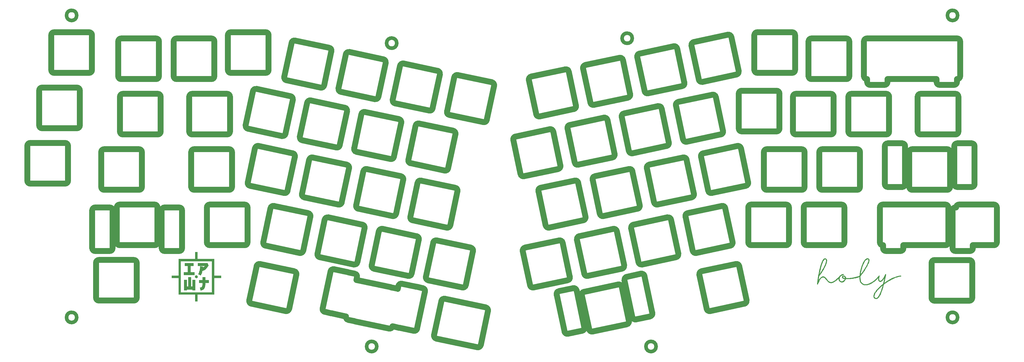
<source format=gbr>
%TF.GenerationSoftware,KiCad,Pcbnew,(5.1.10)-1*%
%TF.CreationDate,2021-06-21T21:11:59+07:00*%
%TF.ProjectId,FR4 Alice Plate Commision,46523420-416c-4696-9365-20506c617465,rev?*%
%TF.SameCoordinates,Original*%
%TF.FileFunction,Soldermask,Top*%
%TF.FilePolarity,Negative*%
%FSLAX46Y46*%
G04 Gerber Fmt 4.6, Leading zero omitted, Abs format (unit mm)*
G04 Created by KiCad (PCBNEW (5.1.10)-1) date 2021-06-21 21:11:59*
%MOMM*%
%LPD*%
G01*
G04 APERTURE LIST*
%ADD10C,1.250000*%
%ADD11C,2.000000*%
%ADD12C,0.010000*%
G04 APERTURE END LIST*
D10*
X114116517Y-102125318D02*
G75*
G03*
X114116517Y-102125318I-1750000J0D01*
G01*
X210123482Y-102125318D02*
G75*
G03*
X210123482Y-102125318I-1750000J0D01*
G01*
D11*
X134597740Y-99404732D02*
G75*
G02*
X133827505Y-98218673I207912J978147D01*
G01*
X148663503Y-102394503D02*
X134597741Y-99404733D01*
X149849563Y-101624267D02*
G75*
G02*
X148663503Y-102394503I-978148J207912D01*
G01*
X152344503Y-89886496D02*
X149849563Y-101624267D01*
X151574267Y-88700436D02*
G75*
G02*
X152344503Y-89886496I-207912J-978148D01*
G01*
X137508504Y-85710666D02*
X151574267Y-88700436D01*
X136322445Y-86480903D02*
G75*
G02*
X137508504Y-85710666I978148J-207911D01*
G01*
X133827505Y-98218673D02*
X136322445Y-86480902D01*
X119529563Y-95184267D02*
G75*
G02*
X118343503Y-95954503I-978148J207912D01*
G01*
X119532071Y-95172467D02*
X119529563Y-95184267D01*
X119628256Y-95197974D02*
G75*
G02*
X119532071Y-95172467I207912J978148D01*
G01*
X121799315Y-95659447D02*
X119628256Y-95197974D01*
X121914286Y-95691156D02*
G75*
G02*
X121799315Y-95659447I207912J978148D01*
G01*
X126805024Y-96730714D02*
X121914286Y-95691155D01*
X127991084Y-95960478D02*
G75*
G02*
X126805024Y-96730714I-978148J207912D01*
G01*
X130693936Y-83244559D02*
X127991084Y-95960478D01*
X129923700Y-82058499D02*
G75*
G02*
X130693936Y-83244559I-207912J-978148D01*
G01*
X127752641Y-81597027D02*
X129923700Y-82058500D01*
X127637670Y-81565318D02*
G75*
G02*
X127752641Y-81597027I-207912J-978148D01*
G01*
X122746931Y-80525760D02*
X127637669Y-81565318D01*
X121560873Y-81295996D02*
G75*
G02*
X122746931Y-80525760I978147J-207911D01*
G01*
X121350452Y-82285943D02*
X121560872Y-81295996D01*
X121254267Y-82260436D02*
G75*
G02*
X121350452Y-82285943I-207912J-978148D01*
G01*
X119055701Y-81793117D02*
X121254267Y-82260436D01*
X118962826Y-81768661D02*
G75*
G02*
X119055701Y-81793117I-207912J-978147D01*
G01*
X107225055Y-79273720D02*
X118962826Y-81768661D01*
X107131803Y-79258463D02*
G75*
G02*
X107225055Y-79273720I-114660J-993405D01*
G01*
X107339684Y-78280460D02*
X107131803Y-79258463D01*
X106569448Y-77094400D02*
G75*
G02*
X107339684Y-78280460I-207912J-978148D01*
G01*
X104398388Y-76632927D02*
X106569448Y-77094400D01*
X104283417Y-76601218D02*
G75*
G02*
X104398388Y-76632927I-207911J-978148D01*
G01*
X99392679Y-75561660D02*
X104283417Y-76601219D01*
X98206620Y-76331897D02*
G75*
G02*
X99392679Y-75561660I978148J-207911D01*
G01*
X95503768Y-89047815D02*
X98206620Y-76331896D01*
X96274004Y-90233875D02*
G75*
G02*
X95503768Y-89047815I207912J978148D01*
G01*
X98445063Y-90695347D02*
X96274004Y-90233874D01*
X98560034Y-90727056D02*
G75*
G02*
X98445063Y-90695347I207912J978148D01*
G01*
X103450772Y-91766614D02*
X98560034Y-90727056D01*
X103544024Y-91781871D02*
G75*
G02*
X103450772Y-91766614I114660J993404D01*
G01*
X104314292Y-92967787D02*
G75*
G02*
X103544025Y-91781872I207911J978148D01*
G01*
X106512857Y-93435106D02*
X104314291Y-92967787D01*
X106605732Y-93459562D02*
G75*
G02*
X106512857Y-93435106I207912J978147D01*
G01*
X118343503Y-95954503D02*
X106605732Y-93459563D01*
X204951290Y-77094841D02*
G75*
G02*
X206137349Y-77865078I207911J-978148D01*
G01*
X200060551Y-78134400D02*
X204951289Y-77094842D01*
X199290315Y-79320460D02*
G75*
G02*
X200060551Y-78134400I978148J207912D01*
G01*
X201993167Y-92036378D02*
X199290315Y-79320460D01*
X203179226Y-92806615D02*
G75*
G02*
X201993167Y-92036378I-207911J978148D01*
G01*
X208069965Y-91767056D02*
X203179227Y-92806614D01*
X208840201Y-90580996D02*
G75*
G02*
X208069965Y-91767056I-978148J-207912D01*
G01*
X206137349Y-77865078D02*
X208840201Y-90580997D01*
X-4999998Y-46100000D02*
G75*
G02*
X-6000000Y-45100000I-1J1000001D01*
G01*
X7000000Y-46100000D02*
X-5000000Y-46100000D01*
X8000000Y-45099998D02*
G75*
G02*
X7000000Y-46100000I-1000001J-1D01*
G01*
X8000000Y-33100000D02*
X8000000Y-45100000D01*
X6999999Y-32099999D02*
G75*
G02*
X8000000Y-33100000I0J-1000001D01*
G01*
X-5000000Y-32100000D02*
X7000000Y-32100000D01*
X-5999999Y-33099999D02*
G75*
G02*
X-5000000Y-32100000I999999J0D01*
G01*
X-6000000Y-45100000D02*
X-6000000Y-33100000D01*
X23322000Y-68290000D02*
G75*
G02*
X22322000Y-69290000I-1000000J0D01*
G01*
X23322000Y-55290000D02*
X23322000Y-68290000D01*
X22322000Y-54290000D02*
G75*
G02*
X23322000Y-55290000I0J-1000000D01*
G01*
X17322000Y-54290000D02*
X22322000Y-54290000D01*
X16322000Y-55290000D02*
G75*
G02*
X17322000Y-54290000I1000000J0D01*
G01*
X16322000Y-68290000D02*
X16322000Y-55290000D01*
X17322000Y-69290000D02*
G75*
G02*
X16322000Y-68290000I0J1000000D01*
G01*
X22322000Y-69290000D02*
X17322000Y-69290000D01*
X181597037Y-82058942D02*
G75*
G02*
X182783096Y-82829177I207912J-978147D01*
G01*
X176706299Y-83098500D02*
X181597037Y-82058941D01*
X175936064Y-84284559D02*
G75*
G02*
X176706299Y-83098500I978147J207912D01*
G01*
X178638915Y-97000478D02*
X175936063Y-84284559D01*
X179824975Y-97770714D02*
G75*
G02*
X178638915Y-97000478I-207912J978148D01*
G01*
X184715713Y-96731155D02*
X179824975Y-97770714D01*
X185485948Y-95545096D02*
G75*
G02*
X184715713Y-96731155I-978147J-207912D01*
G01*
X182783096Y-82829177D02*
X185485948Y-95545096D01*
X25760000Y-67290000D02*
G75*
G02*
X24760000Y-66290000I0J1000000D01*
G01*
X37760000Y-67290000D02*
X25760000Y-67290000D01*
X38760001Y-66289999D02*
G75*
G02*
X37760000Y-67290000I-1000001J0D01*
G01*
X38760000Y-54290000D02*
X38760000Y-66290000D01*
X37760000Y-53290000D02*
G75*
G02*
X38760000Y-54290000I0J-1000000D01*
G01*
X25760000Y-53290000D02*
X37759999Y-53290000D01*
X24760000Y-54289998D02*
G75*
G02*
X25760000Y-53290000I999999J-1D01*
G01*
X24760000Y-66290000D02*
X24760000Y-54290000D01*
X295132000Y-68290000D02*
G75*
G02*
X294132000Y-69290000I-1000000J0D01*
G01*
X295132000Y-67290000D02*
X295132000Y-68290000D01*
X309570000Y-67290000D02*
X295132000Y-67290000D01*
X310570000Y-66290000D02*
G75*
G02*
X309570000Y-67290000I-1000000J0D01*
G01*
X310570000Y-54290000D02*
X310570000Y-66290000D01*
X309570001Y-53289999D02*
G75*
G02*
X310570000Y-54290000I-1J-1000000D01*
G01*
X288045000Y-53290000D02*
X309570000Y-53289999D01*
X287045000Y-54289998D02*
G75*
G02*
X288045000Y-53290000I999999J-1D01*
G01*
X287045000Y-66290000D02*
X287045000Y-54290000D01*
X288045000Y-67290000D02*
G75*
G02*
X287045000Y-66290000I0J1000000D01*
G01*
X288132000Y-67290000D02*
X288045000Y-67290000D01*
X288132000Y-68290000D02*
X288132000Y-67290000D01*
X289132000Y-69290000D02*
G75*
G02*
X288132000Y-68290000I0J1000000D01*
G01*
X294132000Y-69290000D02*
X289132000Y-69290000D01*
X294721999Y-32239999D02*
G75*
G02*
X295721999Y-33239999I0J-1000000D01*
G01*
X289721999Y-32239999D02*
X294721999Y-32239999D01*
X288721999Y-33239999D02*
G75*
G02*
X289721999Y-32239999I1000000J0D01*
G01*
X288721999Y-46239999D02*
X288721999Y-33239999D01*
X289721999Y-47239999D02*
G75*
G02*
X288721999Y-46239999I0J1000000D01*
G01*
X294721999Y-47239999D02*
X289721999Y-47239999D01*
X295721999Y-46239999D02*
G75*
G02*
X294721999Y-47239999I-1000000J0D01*
G01*
X295721999Y-33239999D02*
X295721999Y-46239999D01*
X46198000Y-54290000D02*
G75*
G02*
X47198000Y-55290000I0J-1000000D01*
G01*
X41198000Y-54290000D02*
X46198000Y-54290000D01*
X40198000Y-55290000D02*
G75*
G02*
X41198000Y-54290000I1000000J0D01*
G01*
X40198000Y-68290000D02*
X40198000Y-55290000D01*
X41198000Y-69290000D02*
G75*
G02*
X40198000Y-68290000I0J1000000D01*
G01*
X46198000Y-69290000D02*
X41198000Y-69290000D01*
X47198000Y-68290000D02*
G75*
G02*
X46198000Y-69290000I-1000000J0D01*
G01*
X47198000Y-55290000D02*
X47198000Y-68290000D01*
X313597999Y-47239999D02*
G75*
G02*
X312597999Y-46239999I0J1000000D01*
G01*
X318597999Y-47239999D02*
X313597999Y-47239999D01*
X319597999Y-46239999D02*
G75*
G02*
X318597999Y-47239999I-1000000J0D01*
G01*
X319597999Y-33239999D02*
X319597999Y-46239999D01*
X318597999Y-32239999D02*
G75*
G02*
X319597999Y-33239999I0J-1000000D01*
G01*
X313597999Y-32239999D02*
X318597999Y-32239999D01*
X312597999Y-33239999D02*
G75*
G02*
X313597999Y-32239999I1000000J0D01*
G01*
X312597999Y-46239999D02*
X312597999Y-33239999D01*
X313008000Y-69290000D02*
G75*
G02*
X312008000Y-68290000I0J1000000D01*
G01*
X318008000Y-69290000D02*
X313008000Y-69290000D01*
X319008000Y-68290000D02*
G75*
G02*
X318008000Y-69290000I-1000000J0D01*
G01*
X319008000Y-67290000D02*
X319008000Y-68290000D01*
X326238750Y-67290000D02*
X319008000Y-67290000D01*
X327238751Y-66289999D02*
G75*
G02*
X326238750Y-67290000I-1000001J0D01*
G01*
X327238750Y-54290000D02*
X327238750Y-66290000D01*
X326238750Y-53290000D02*
G75*
G02*
X327238750Y-54290000I0J-1000000D01*
G01*
X314238750Y-53290000D02*
X326238750Y-53289999D01*
X313238750Y-54290000D02*
G75*
G02*
X314238750Y-53290000I1000000J0D01*
G01*
X313008000Y-54290000D02*
X313238750Y-54290000D01*
X312008000Y-55290000D02*
G75*
G02*
X313008000Y-54290000I1000000J0D01*
G01*
X312008000Y-68290000D02*
X312008000Y-55290000D01*
X313543000Y-11140000D02*
G75*
G02*
X312543000Y-12140000I-1000000J0D01*
G01*
X313543000Y-10140000D02*
X313543000Y-11140000D01*
X313630000Y-10140000D02*
X313543000Y-10140000D01*
X314630000Y-9140000D02*
G75*
G02*
X313630000Y-10140000I-1000000J0D01*
G01*
X314630000Y2860000D02*
X314630000Y-9139999D01*
X313630000Y3860000D02*
G75*
G02*
X314630000Y2860000I0J-1000000D01*
G01*
X282580000Y3860000D02*
X313630000Y3860000D01*
X281579999Y2859999D02*
G75*
G02*
X282580000Y3860000I1000001J0D01*
G01*
X281580000Y-9140000D02*
X281580000Y2860000D01*
X282580001Y-10139999D02*
G75*
G02*
X281580000Y-9140000I-1J1000000D01*
G01*
X282667000Y-10140000D02*
X282580000Y-10140000D01*
X282667000Y-11140000D02*
X282667000Y-10140000D01*
X283667000Y-12140000D02*
G75*
G02*
X282667000Y-11140000I0J1000000D01*
G01*
X288667000Y-12140000D02*
X283667000Y-12140000D01*
X289667000Y-11140000D02*
G75*
G02*
X288667000Y-12140000I-1000000J0D01*
G01*
X289667000Y-10140000D02*
X289667000Y-11140000D01*
X306543000Y-10140000D02*
X289667000Y-10140000D01*
X306543000Y-11140000D02*
X306543000Y-10140000D01*
X307543000Y-12140000D02*
G75*
G02*
X306543000Y-11140000I0J1000000D01*
G01*
X312543000Y-12140000D02*
X307543000Y-12140000D01*
X-930000Y-27049999D02*
G75*
G02*
X-1929999Y-26050000I0J999999D01*
G01*
X11069999Y-27050000D02*
X-929999Y-27050000D01*
X12070000Y-26050001D02*
G75*
G02*
X11069999Y-27050000I-1000000J1D01*
G01*
X12069999Y-14050000D02*
X12070000Y-26050000D01*
X11069999Y-13050000D02*
G75*
G02*
X12069999Y-14050000I0J-1000000D01*
G01*
X-929999Y-13050000D02*
X11069999Y-13050000D01*
X-1929999Y-14050000D02*
G75*
G02*
X-929999Y-13050000I1000000J0D01*
G01*
X-1929999Y-26050000D02*
X-1930000Y-14050000D01*
X69710000Y-66289998D02*
G75*
G02*
X68710000Y-67290000I-1000001J-1D01*
G01*
X69710000Y-54290000D02*
X69710000Y-66290000D01*
X68710000Y-53290000D02*
G75*
G02*
X69710000Y-54290000I0J-1000000D01*
G01*
X56709999Y-53290000D02*
X68710000Y-53290000D01*
X55709999Y-54290000D02*
G75*
G02*
X56709999Y-53290000I1000000J0D01*
G01*
X55709999Y-66290000D02*
X55709999Y-54290000D01*
X56710000Y-67290001D02*
G75*
G02*
X55709999Y-66290000I0J1000001D01*
G01*
X68710000Y-67290000D02*
X56709999Y-67290000D01*
X3230000Y-8000000D02*
G75*
G02*
X2230000Y-7000000I0J1000000D01*
G01*
X15230000Y-8000000D02*
X3230000Y-8000000D01*
X16230000Y-7000000D02*
G75*
G02*
X15230000Y-8000000I-1000000J0D01*
G01*
X16230000Y4999999D02*
X16230000Y-7000000D01*
X15230000Y5999999D02*
G75*
G02*
X16230000Y4999999I0J-1000000D01*
G01*
X3230000Y5999999D02*
X15230000Y5999999D01*
X2230000Y4999999D02*
G75*
G02*
X3230000Y5999999I1000000J0D01*
G01*
X2230000Y-7000000D02*
X2230000Y4999999D01*
X318795601Y-85387999D02*
G75*
G02*
X317795600Y-86388000I-1000001J0D01*
G01*
X318795600Y-73388000D02*
X318795600Y-85388000D01*
X317795600Y-72388000D02*
G75*
G02*
X318795600Y-73388000I0J-1000000D01*
G01*
X305795600Y-72388000D02*
X317795600Y-72388000D01*
X304795600Y-73388000D02*
G75*
G02*
X305795600Y-72388000I1000000J0D01*
G01*
X304795600Y-85388000D02*
X304795600Y-73388000D01*
X305795600Y-86388000D02*
G75*
G02*
X304795600Y-85388000I0J1000000D01*
G01*
X317795600Y-86388000D02*
X305795600Y-86388000D01*
X257900000Y-6999998D02*
G75*
G02*
X256900000Y-8000000I-1000001J-1D01*
G01*
X244900000Y-8000000D02*
X256900000Y-8000000D01*
X244900000Y-7999999D02*
G75*
G02*
X243899999Y-7000000I-1J1000000D01*
G01*
X243900000Y5000000D02*
X243899999Y-7000000D01*
X243900000Y5000000D02*
G75*
G02*
X244900000Y6000000I1000000J0D01*
G01*
X256900000Y6000000D02*
X244900000Y6000000D01*
X256899999Y5999999D02*
G75*
G02*
X257900000Y5000000I1J-1000000D01*
G01*
X257900000Y-7000000D02*
X257900000Y5000000D01*
X298160001Y-48239999D02*
G75*
G02*
X297160000Y-47240000I-1J1000000D01*
G01*
X310160000Y-48240000D02*
X298160000Y-48240000D01*
X311160000Y-47240000D02*
G75*
G02*
X310160000Y-48240000I-1000000J0D01*
G01*
X311160000Y-35240000D02*
X311160000Y-47240000D01*
X310160001Y-34239999D02*
G75*
G02*
X311160000Y-35240000I-1J-1000000D01*
G01*
X298160000Y-34240000D02*
X310160000Y-34239999D01*
X297160000Y-35240000D02*
G75*
G02*
X298160000Y-34240000I1000000J0D01*
G01*
X297160000Y-47240000D02*
X297160000Y-35240000D01*
X261160001Y-47239999D02*
G75*
G02*
X260160000Y-48240000I-1000001J0D01*
G01*
X261160000Y-35240000D02*
X261160000Y-47240000D01*
X260160000Y-34240000D02*
G75*
G02*
X261160000Y-35240000I0J-1000000D01*
G01*
X248160000Y-34240000D02*
X260160000Y-34239999D01*
X247159999Y-35239999D02*
G75*
G02*
X248160000Y-34240000I1000000J-1D01*
G01*
X247160000Y-47240000D02*
X247159999Y-35240000D01*
X248160000Y-48240000D02*
G75*
G02*
X247160000Y-47240000I0J1000000D01*
G01*
X260160000Y-48240000D02*
X248160000Y-48240000D01*
X274850000Y-66290000D02*
G75*
G02*
X273850000Y-67290000I-1000000J0D01*
G01*
X274850000Y-54290000D02*
X274850000Y-66290000D01*
X273850001Y-53289999D02*
G75*
G02*
X274850000Y-54290000I-1J-1000000D01*
G01*
X261850000Y-53290000D02*
X273850000Y-53290000D01*
X260850000Y-54290000D02*
G75*
G02*
X261850000Y-53290000I1000000J0D01*
G01*
X260850000Y-66290000D02*
X260850000Y-54290000D01*
X261850001Y-67289999D02*
G75*
G02*
X260850000Y-66290000I-1J1000000D01*
G01*
X273850000Y-67290000D02*
X261850000Y-67290000D01*
X255800000Y-66289998D02*
G75*
G02*
X254800000Y-67290000I-1000001J-1D01*
G01*
X242800000Y-67290000D02*
X254800000Y-67290000D01*
X242800001Y-67289999D02*
G75*
G02*
X241800000Y-66290000I-1J1000000D01*
G01*
X241800000Y-54290000D02*
X241800000Y-66290000D01*
X241799999Y-54290000D02*
G75*
G02*
X242800000Y-53289999I1000001J0D01*
G01*
X254800000Y-53290000D02*
X242800000Y-53289999D01*
X254799999Y-53289999D02*
G75*
G02*
X255800000Y-54290000I0J-1000001D01*
G01*
X255800000Y-66290000D02*
X255800000Y-54290000D01*
X279210000Y-34240000D02*
G75*
G02*
X280210000Y-35240000I0J-1000000D01*
G01*
X280210000Y-47240000D02*
X280210000Y-35240000D01*
X280210001Y-47239999D02*
G75*
G02*
X279210000Y-48240000I-1000001J0D01*
G01*
X267209999Y-48240000D02*
X279210000Y-48240000D01*
X267210001Y-48239999D02*
G75*
G02*
X266210000Y-47240000I-1J1000000D01*
G01*
X266210000Y-35240000D02*
X266210000Y-47240000D01*
X266209999Y-35240001D02*
G75*
G02*
X267209999Y-34239999I1000001J1D01*
G01*
X279210000Y-34240000D02*
X267209999Y-34239999D01*
X31620000Y-85339998D02*
G75*
G02*
X30620000Y-86340000I-1000001J-1D01*
G01*
X31620000Y-73340000D02*
X31620000Y-85340000D01*
X30620000Y-72340000D02*
G75*
G02*
X31620000Y-73340000I0J-1000000D01*
G01*
X18619999Y-72340000D02*
X30620000Y-72340000D01*
X17620000Y-73339999D02*
G75*
G02*
X18619999Y-72340000I999999J0D01*
G01*
X17620000Y-85340000D02*
X17619999Y-73340000D01*
X18620000Y-86340000D02*
G75*
G02*
X17620000Y-85340000I0J1000000D01*
G01*
X30620000Y-86340000D02*
X18619999Y-86340000D01*
X277220000Y-29190000D02*
G75*
G02*
X276220000Y-28190000I0J1000000D01*
G01*
X289220000Y-29190000D02*
X277220000Y-29190000D01*
X290220001Y-28189999D02*
G75*
G02*
X289220000Y-29190000I-1000001J0D01*
G01*
X290220000Y-16189999D02*
X290220000Y-28190000D01*
X289219999Y-15190000D02*
G75*
G02*
X290220000Y-16189999I1J-1000000D01*
G01*
X277220000Y-15189999D02*
X289220000Y-15189999D01*
X276220000Y-16189999D02*
G75*
G02*
X277220000Y-15189999I1000000J0D01*
G01*
X276220000Y-28190000D02*
X276220000Y-16189999D01*
X252540000Y-27130000D02*
G75*
G02*
X251540000Y-28130000I-1000000J0D01*
G01*
X252540000Y-15129999D02*
X252540000Y-27130000D01*
X251540000Y-14129999D02*
G75*
G02*
X252540000Y-15129999I0J-1000000D01*
G01*
X239540000Y-14129999D02*
X251540000Y-14129999D01*
X238539999Y-15130000D02*
G75*
G02*
X239540000Y-14129999I1000001J0D01*
G01*
X238540000Y-27130000D02*
X238540000Y-15129999D01*
X239540001Y-28129999D02*
G75*
G02*
X238540000Y-27130000I-1J1000000D01*
G01*
X251540000Y-28130000D02*
X239540000Y-28130000D01*
X301040001Y-29189999D02*
G75*
G02*
X300040000Y-28190000I-1J1000000D01*
G01*
X313040000Y-29190000D02*
X301040000Y-29190000D01*
X314040000Y-28190000D02*
G75*
G02*
X313040000Y-29190000I-1000000J0D01*
G01*
X314040000Y-16189999D02*
X314040000Y-28190000D01*
X313040000Y-15189999D02*
G75*
G02*
X314040000Y-16189999I0J-1000000D01*
G01*
X301040000Y-15189999D02*
X313040000Y-15189999D01*
X300039999Y-16190000D02*
G75*
G02*
X301040000Y-15189999I1000001J0D01*
G01*
X300040000Y-28190000D02*
X300040000Y-16189999D01*
X258170000Y-29190000D02*
G75*
G02*
X257170000Y-28190000I0J1000000D01*
G01*
X270170000Y-29190000D02*
X258170000Y-29190000D01*
X271170001Y-28189999D02*
G75*
G02*
X270170000Y-29190000I-1000001J0D01*
G01*
X271170000Y-16189999D02*
X271170000Y-28190000D01*
X270169999Y-15190000D02*
G75*
G02*
X271170000Y-16189999I1J-1000000D01*
G01*
X258170000Y-15189999D02*
X270170000Y-15189999D01*
X257170000Y-16189999D02*
G75*
G02*
X258170000Y-15189999I1000000J0D01*
G01*
X257170000Y-28190000D02*
X257170000Y-16189999D01*
X275530001Y3860000D02*
G75*
G02*
X276530000Y2859999I-1J-1000000D01*
G01*
X276530000Y-9140000D02*
X276530000Y2859999D01*
X276530000Y-9140000D02*
G75*
G02*
X275530000Y-10140000I-1000000J0D01*
G01*
X263529999Y-10140000D02*
X275530000Y-10140000D01*
X263530001Y-10140000D02*
G75*
G02*
X262529999Y-9140000I-1J1000001D01*
G01*
X262529999Y2859999D02*
X262529999Y-9140000D01*
X262529999Y2859998D02*
G75*
G02*
X263529999Y3860000I1000001J1D01*
G01*
X275530000Y3859999D02*
X263529999Y3860000D01*
X88809563Y-69174267D02*
G75*
G02*
X87623503Y-69944503I-978148J207912D01*
G01*
X75885732Y-67449563D02*
X87623503Y-69944503D01*
X75885732Y-67449563D02*
G75*
G02*
X75115496Y-66263503I207912J978148D01*
G01*
X77610436Y-54525732D02*
X75115496Y-66263503D01*
X77610436Y-54525732D02*
G75*
G02*
X78796496Y-53755496I978148J-207912D01*
G01*
X90534267Y-56250436D02*
X78796496Y-53755496D01*
X90534267Y-56250436D02*
G75*
G02*
X91304503Y-57436496I-207912J-978148D01*
G01*
X88809563Y-69174267D02*
X91304503Y-57436496D01*
X83999563Y-89164267D02*
G75*
G02*
X82813503Y-89934503I-978148J207912D01*
G01*
X86494503Y-77426496D02*
X83999563Y-89164267D01*
X85724267Y-76240436D02*
G75*
G02*
X86494503Y-77426496I-207912J-978148D01*
G01*
X73986496Y-73745496D02*
X85724267Y-76240436D01*
X72800436Y-74515732D02*
G75*
G02*
X73986496Y-73745496I978148J-207912D01*
G01*
X70305496Y-86253503D02*
X72800436Y-74515732D01*
X71075732Y-87439563D02*
G75*
G02*
X70305496Y-86253503I207912J978148D01*
G01*
X82813503Y-89934503D02*
X71075732Y-87439563D01*
X26249999Y-10140000D02*
G75*
G02*
X25249999Y-9140000I0J1000000D01*
G01*
X38250000Y-10140000D02*
X26249999Y-10140000D01*
X39250000Y-9140000D02*
G75*
G02*
X38250000Y-10140000I-1000000J0D01*
G01*
X39250000Y2860000D02*
X39250000Y-9140000D01*
X38249999Y3859999D02*
G75*
G02*
X39250000Y2860000I1J-1000000D01*
G01*
X26249999Y3860000D02*
X38250000Y3860000D01*
X25249999Y2860000D02*
G75*
G02*
X26249999Y3860000I1000000J0D01*
G01*
X25249999Y-9140000D02*
X25249999Y2860000D01*
X45299999Y-10140000D02*
G75*
G02*
X44299999Y-9140000I0J1000000D01*
G01*
X57300000Y-10140000D02*
X45299999Y-10140000D01*
X58300000Y-9140000D02*
G75*
G02*
X57300000Y-10140000I-1000000J0D01*
G01*
X58300000Y2860000D02*
X58300000Y-9140000D01*
X57300000Y3860000D02*
G75*
G02*
X58300000Y2860000I0J-1000000D01*
G01*
X45299999Y3860000D02*
X57300000Y3860000D01*
X44299999Y2860000D02*
G75*
G02*
X45299999Y3860000I1000000J0D01*
G01*
X44299999Y-9140000D02*
X44299999Y2860000D01*
X83115732Y-10559563D02*
G75*
G02*
X82345496Y-9373503I207912J978148D01*
G01*
X94853503Y-13054503D02*
X83115732Y-10559563D01*
X96039563Y-12284267D02*
G75*
G02*
X94853503Y-13054503I-978148J207912D01*
G01*
X98534503Y-546496D02*
X96039563Y-12284267D01*
X97764267Y639564D02*
G75*
G02*
X98534503Y-546496I-207912J-978148D01*
G01*
X86026496Y3134503D02*
X97764267Y639563D01*
X84840436Y2364267D02*
G75*
G02*
X86026496Y3134503I978148J-207912D01*
G01*
X82345496Y-9373503D02*
X84840436Y2364267D01*
X63940000Y-8000000D02*
G75*
G02*
X62940000Y-7000000I0J1000000D01*
G01*
X75940000Y-8000000D02*
X63940000Y-8000000D01*
X76940001Y-6999999D02*
G75*
G02*
X75940000Y-8000000I-1000001J0D01*
G01*
X76940000Y5000000D02*
X76940000Y-7000000D01*
X75939999Y5999999D02*
G75*
G02*
X76940000Y5000000I1J-1000000D01*
G01*
X63940000Y6000000D02*
X75940000Y6000000D01*
X62940000Y5000000D02*
G75*
G02*
X63940000Y6000000I1000000J0D01*
G01*
X62940000Y-7000000D02*
X62940000Y5000000D01*
X101393275Y-32894985D02*
G75*
G02*
X100207215Y-33665221I-978148J207912D01*
G01*
X88469444Y-31170280D02*
X100207215Y-33665221D01*
X88469444Y-31170281D02*
G75*
G02*
X87699208Y-29984221I207912J978148D01*
G01*
X90194148Y-18246450D02*
X87699208Y-29984221D01*
X90194149Y-18246449D02*
G75*
G02*
X91380208Y-17476214I978147J-207912D01*
G01*
X103117979Y-19971154D02*
X91380208Y-17476214D01*
X103117978Y-19971154D02*
G75*
G02*
X103888215Y-21157213I-207911J-978148D01*
G01*
X101393274Y-32894985D02*
X103888215Y-21157213D01*
X63659999Y-28189999D02*
G75*
G02*
X62660000Y-29190000I-1000000J-1D01*
G01*
X50659999Y-29190000D02*
X62660000Y-29190000D01*
X50659999Y-29190000D02*
G75*
G02*
X49659999Y-28190000I0J1000000D01*
G01*
X49659999Y-16189999D02*
X49659999Y-28190000D01*
X49659999Y-16189999D02*
G75*
G02*
X50659999Y-15189999I1000000J0D01*
G01*
X62660000Y-15189999D02*
X50659999Y-15189999D01*
X62659999Y-15189998D02*
G75*
G02*
X63660000Y-16189999I0J-1000001D01*
G01*
X63660000Y-28190000D02*
X63660000Y-16189999D01*
X33400000Y-47239998D02*
G75*
G02*
X32400000Y-48240000I-1000001J-1D01*
G01*
X20400000Y-48240000D02*
X32400000Y-48240000D01*
X20400001Y-48240000D02*
G75*
G02*
X19399999Y-47240000I-1J1000001D01*
G01*
X19400000Y-35240000D02*
X19399999Y-47240000D01*
X19400000Y-35240000D02*
G75*
G02*
X20400000Y-34240000I1000000J0D01*
G01*
X32400000Y-34240000D02*
X20400000Y-34240000D01*
X32400000Y-34240000D02*
G75*
G02*
X33400000Y-35240000I0J-1000000D01*
G01*
X33400000Y-47240000D02*
X33400000Y-35240000D01*
X89169444Y-50800281D02*
G75*
G02*
X88399208Y-49614221I207912J978148D01*
G01*
X100907215Y-53295221D02*
X89169444Y-50800280D01*
X102093275Y-52524985D02*
G75*
G02*
X100907215Y-53295221I-978148J207912D01*
G01*
X104588215Y-40787213D02*
X102093274Y-52524985D01*
X103817978Y-39601154D02*
G75*
G02*
X104588215Y-40787213I-207911J-978148D01*
G01*
X92080208Y-37106214D02*
X103817979Y-39601154D01*
X90894149Y-37876449D02*
G75*
G02*
X92080208Y-37106214I978147J-207912D01*
G01*
X88399208Y-49614221D02*
X90894148Y-37876450D01*
X39849999Y-28190000D02*
G75*
G02*
X38849999Y-29190000I-1000000J0D01*
G01*
X39849999Y-16189999D02*
X39850000Y-28190000D01*
X38849999Y-15189999D02*
G75*
G02*
X39849999Y-16189999I0J-1000000D01*
G01*
X26849999Y-15189999D02*
X38849999Y-15189999D01*
X25849999Y-16189999D02*
G75*
G02*
X26849999Y-15189999I1000000J0D01*
G01*
X25849999Y-28190000D02*
X25849999Y-16189999D01*
X26849999Y-29190000D02*
G75*
G02*
X25849999Y-28190000I0J1000000D01*
G01*
X38849999Y-29190000D02*
X26849999Y-29190000D01*
X101749444Y-14520281D02*
G75*
G02*
X100979208Y-13334221I207912J978148D01*
G01*
X113487215Y-17015221D02*
X101749444Y-14520280D01*
X114673275Y-16244985D02*
G75*
G02*
X113487215Y-17015221I-978148J207912D01*
G01*
X117168215Y-4507213D02*
X114673274Y-16244985D01*
X116397978Y-3321154D02*
G75*
G02*
X117168215Y-4507213I-207911J-978148D01*
G01*
X104660208Y-826214D02*
X116397979Y-3321154D01*
X103474149Y-1596449D02*
G75*
G02*
X104660208Y-826214I978147J-207912D01*
G01*
X100979208Y-13334221D02*
X103474148Y-1596450D01*
X63360000Y-34240000D02*
G75*
G02*
X64360000Y-35240000I0J-1000000D01*
G01*
X64360000Y-47240000D02*
X64360000Y-35240000D01*
X64359999Y-47239999D02*
G75*
G02*
X63360000Y-48240000I-1000000J-1D01*
G01*
X51359999Y-48240000D02*
X63360000Y-48240000D01*
X51360000Y-48240001D02*
G75*
G02*
X50359999Y-47240000I0J1000001D01*
G01*
X50359999Y-35240000D02*
X50359999Y-47240000D01*
X50359999Y-35240000D02*
G75*
G02*
X51359999Y-34240000I1000000J0D01*
G01*
X63360000Y-34240000D02*
X51359999Y-34240000D01*
X69835732Y-27209563D02*
G75*
G02*
X69065496Y-26023503I207912J978148D01*
G01*
X81573503Y-29704503D02*
X69835732Y-27209563D01*
X82759563Y-28934267D02*
G75*
G02*
X81573503Y-29704503I-978148J207912D01*
G01*
X85254503Y-17196496D02*
X82759563Y-28934267D01*
X84484267Y-16010436D02*
G75*
G02*
X85254503Y-17196496I-207912J-978148D01*
G01*
X72746496Y-13515496D02*
X84484267Y-16010436D01*
X71560436Y-14285732D02*
G75*
G02*
X72746496Y-13515496I978148J-207912D01*
G01*
X69065496Y-26023503D02*
X71560436Y-14285732D01*
X85184267Y-35640436D02*
G75*
G02*
X85954503Y-36826496I-207912J-978148D01*
G01*
X83459563Y-48564267D02*
X85954503Y-36826496D01*
X83459563Y-48564267D02*
G75*
G02*
X82273503Y-49334503I-978148J207912D01*
G01*
X70535732Y-46839563D02*
X82273503Y-49334503D01*
X70535732Y-46839563D02*
G75*
G02*
X69765496Y-45653503I207912J978148D01*
G01*
X72260436Y-33915732D02*
X69765496Y-45653503D01*
X72260436Y-33915732D02*
G75*
G02*
X73446496Y-33145496I978148J-207912D01*
G01*
X85184267Y-35640436D02*
X73446496Y-33145496D01*
X107443275Y-73134985D02*
G75*
G02*
X106257215Y-73905221I-978148J207912D01*
G01*
X94519444Y-71410280D02*
X106257215Y-73905221D01*
X94519444Y-71410281D02*
G75*
G02*
X93749208Y-70224221I207912J978148D01*
G01*
X96244148Y-58486450D02*
X93749208Y-70224221D01*
X96244149Y-58486449D02*
G75*
G02*
X97430208Y-57716214I978147J-207912D01*
G01*
X109167979Y-60211154D02*
X97430208Y-57716214D01*
X109167978Y-60211154D02*
G75*
G02*
X109938215Y-61397213I-207911J-978148D01*
G01*
X107443274Y-73134985D02*
X109938215Y-61397213D01*
X205252784Y-73905220D02*
G75*
G02*
X204066725Y-73134985I-207912J978147D01*
G01*
X216990555Y-71410280D02*
X205252784Y-73905221D01*
X217760790Y-70224221D02*
G75*
G02*
X216990555Y-71410280I-978147J-207912D01*
G01*
X215265851Y-58486450D02*
X217760791Y-70224221D01*
X214079792Y-57716213D02*
G75*
G02*
X215265851Y-58486450I207911J-978148D01*
G01*
X202342020Y-60211154D02*
X214079791Y-57716214D01*
X201571784Y-61397214D02*
G75*
G02*
X202342020Y-60211154I978148J207912D01*
G01*
X204066725Y-73134985D02*
X201571784Y-61397213D01*
X188719071Y-18995938D02*
G75*
G02*
X187533013Y-18225702I-207911J978147D01*
G01*
X200456843Y-16500998D02*
X188719072Y-18995938D01*
X201227080Y-15314939D02*
G75*
G02*
X200456843Y-16500998I-978148J-207911D01*
G01*
X198732139Y-3577167D02*
X201227079Y-15314939D01*
X197546079Y-2806931D02*
G75*
G02*
X198732139Y-3577167I207912J-978148D01*
G01*
X185808308Y-5301872D02*
X197546080Y-2806932D01*
X185038073Y-6487931D02*
G75*
G02*
X185808308Y-5301872I978147J207912D01*
G01*
X187533013Y-18225702D02*
X185038073Y-6487931D01*
X183359071Y-39605938D02*
G75*
G02*
X182173013Y-38835702I-207911J978147D01*
G01*
X195096843Y-37110998D02*
X183359072Y-39605938D01*
X195867080Y-35924939D02*
G75*
G02*
X195096843Y-37110998I-978148J-207911D01*
G01*
X193372139Y-24187167D02*
X195867079Y-35924939D01*
X192186079Y-23416931D02*
G75*
G02*
X193372139Y-24187167I207912J-978148D01*
G01*
X180448308Y-25911872D02*
X192186080Y-23416932D01*
X179678073Y-27097931D02*
G75*
G02*
X180448308Y-25911872I978147J207912D01*
G01*
X182173013Y-38835702D02*
X179678073Y-27097931D01*
X200806079Y-41066931D02*
G75*
G02*
X201992139Y-41837167I207912J-978148D01*
G01*
X204487079Y-53574939D02*
X201992139Y-41837167D01*
X204487080Y-53574939D02*
G75*
G02*
X203716843Y-54760998I-978148J-207911D01*
G01*
X191979072Y-57255938D02*
X203716843Y-54760998D01*
X191979071Y-57255938D02*
G75*
G02*
X190793013Y-56485702I-207911J978147D01*
G01*
X188298073Y-44747931D02*
X190793013Y-56485702D01*
X188298073Y-44747931D02*
G75*
G02*
X189068308Y-43561872I978147J207912D01*
G01*
X200806080Y-41066932D02*
X189068308Y-43561872D01*
X186619071Y-77865938D02*
G75*
G02*
X185433013Y-77095702I-207911J978147D01*
G01*
X198356843Y-75370998D02*
X186619072Y-77865938D01*
X199127080Y-74184939D02*
G75*
G02*
X198356843Y-75370998I-978148J-207911D01*
G01*
X196632139Y-62447167D02*
X199127079Y-74184939D01*
X195446079Y-61676931D02*
G75*
G02*
X196632139Y-62447167I207912J-978148D01*
G01*
X183708308Y-64171872D02*
X195446080Y-61676932D01*
X182938073Y-65357931D02*
G75*
G02*
X183708308Y-64171872I978147J207912D01*
G01*
X185433013Y-77095702D02*
X182938073Y-65357931D01*
X182172368Y-45027650D02*
G75*
G02*
X183358427Y-45797885I207912J-978147D01*
G01*
X185853367Y-57535656D02*
X183358427Y-45797885D01*
X185853368Y-57535656D02*
G75*
G02*
X185083132Y-58721716I-978148J-207912D01*
G01*
X173345360Y-61216656D02*
X185083132Y-58721716D01*
X173345361Y-61216656D02*
G75*
G02*
X172159301Y-60446420I-207912J978148D01*
G01*
X169664361Y-48708649D02*
X172159301Y-60446420D01*
X169664361Y-48708648D02*
G75*
G02*
X170434597Y-47522590I978147J207911D01*
G01*
X182172368Y-45027649D02*
X170434597Y-47522590D01*
X178912368Y-6767650D02*
G75*
G02*
X180098427Y-7537885I207912J-978147D01*
G01*
X182593367Y-19275656D02*
X180098427Y-7537885D01*
X182593368Y-19275656D02*
G75*
G02*
X181823132Y-20461716I-978148J-207912D01*
G01*
X170085360Y-22956656D02*
X181823132Y-20461716D01*
X170085361Y-22956656D02*
G75*
G02*
X168899301Y-22186420I-207912J978148D01*
G01*
X166404361Y-10448649D02*
X168899301Y-22186420D01*
X166404361Y-10448648D02*
G75*
G02*
X167174597Y-9262590I978147J207911D01*
G01*
X178912368Y-6767649D02*
X167174597Y-9262590D01*
X173552368Y-27377650D02*
G75*
G02*
X174738427Y-28147885I207912J-978147D01*
G01*
X177233367Y-39885656D02*
X174738427Y-28147885D01*
X177233368Y-39885656D02*
G75*
G02*
X176463132Y-41071716I-978148J-207912D01*
G01*
X164725360Y-43566656D02*
X176463132Y-41071716D01*
X164725361Y-43566656D02*
G75*
G02*
X163539301Y-42796420I-207912J978148D01*
G01*
X161044361Y-31058649D02*
X163539301Y-42796420D01*
X161044361Y-31058648D02*
G75*
G02*
X161814597Y-29872590I978147J207911D01*
G01*
X173552368Y-27377649D02*
X161814597Y-29872590D01*
D10*
X120987748Y2241859D02*
G75*
G03*
X120987748Y2241859I-1750000J0D01*
G01*
X201933048Y3922323D02*
G75*
G03*
X201933048Y3922323I-1750000J0D01*
G01*
X10980000Y11779999D02*
G75*
G03*
X10980000Y11779999I-1750000J0D01*
G01*
X313758750Y-92119999D02*
G75*
G03*
X313758750Y-92119999I-1750000J0D01*
G01*
X10980000Y-92119999D02*
G75*
G03*
X10980000Y-92119999I-1750000J0D01*
G01*
X313758750Y11779999D02*
G75*
G03*
X313758750Y11779999I-1750000J0D01*
G01*
D11*
X167985361Y-81826656D02*
G75*
G02*
X166799301Y-81056420I-207912J978148D01*
G01*
X179723132Y-79331716D02*
X167985360Y-81826656D01*
X180493368Y-78145656D02*
G75*
G02*
X179723132Y-79331716I-978148J-207912D01*
G01*
X177998427Y-66407885D02*
X180493367Y-78145656D01*
X176812368Y-65637650D02*
G75*
G02*
X177998427Y-66407885I207912J-978147D01*
G01*
X165074597Y-68132590D02*
X176812368Y-65637649D01*
X164304361Y-69318648D02*
G75*
G02*
X165074597Y-68132590I978147J207911D01*
G01*
X166799301Y-81056420D02*
X164304361Y-69318649D01*
X120383156Y-18480997D02*
G75*
G02*
X119612920Y-17294939I207911J978147D01*
G01*
X132120927Y-20975938D02*
X120383156Y-18480998D01*
X133306986Y-20205703D02*
G75*
G02*
X132120927Y-20975938I-978147J207912D01*
G01*
X135801926Y-8467931D02*
X133306986Y-20205702D01*
X135031691Y-7281872D02*
G75*
G02*
X135801926Y-8467931I-207912J-978147D01*
G01*
X123293919Y-4786932D02*
X135031691Y-7281872D01*
X122107861Y-5557168D02*
G75*
G02*
X123293919Y-4786932I978147J-207911D01*
G01*
X119612920Y-17294939D02*
X122107860Y-5557167D01*
X200794503Y-93313503D02*
G75*
G02*
X200024267Y-94499563I-978148J-207912D01*
G01*
X198299563Y-81575732D02*
X200794503Y-93313503D01*
X197113503Y-80805496D02*
G75*
G02*
X198299563Y-81575732I207912J-978148D01*
G01*
X185375732Y-83300436D02*
X197113503Y-80805496D01*
X184605496Y-84486496D02*
G75*
G02*
X185375732Y-83300436I978148J207912D01*
G01*
X187100436Y-96224267D02*
X184605496Y-84486496D01*
X188286496Y-96994503D02*
G75*
G02*
X187100436Y-96224267I-207912J978148D01*
G01*
X200024267Y-94499563D02*
X188286496Y-96994503D01*
X207352784Y-15035220D02*
G75*
G02*
X206166725Y-14264985I-207912J978147D01*
G01*
X219090555Y-12540280D02*
X207352784Y-15035221D01*
X219860790Y-11354221D02*
G75*
G02*
X219090555Y-12540280I-978147J-207912D01*
G01*
X217365851Y383549D02*
X219860791Y-11354221D01*
X216179792Y1153786D02*
G75*
G02*
X217365851Y383549I207911J-978148D01*
G01*
X204442020Y-1341154D02*
X216179791Y1153785D01*
X203671784Y-2527214D02*
G75*
G02*
X204442020Y-1341154I978148J207912D01*
G01*
X206166725Y-14264985D02*
X203671784Y-2527213D01*
X201992784Y-35645220D02*
G75*
G02*
X200806725Y-34874985I-207912J978147D01*
G01*
X213730555Y-33150280D02*
X201992784Y-35645221D01*
X214500790Y-31964221D02*
G75*
G02*
X213730555Y-33150280I-978147J-207912D01*
G01*
X212005851Y-20226450D02*
X214500791Y-31964221D01*
X210819792Y-19456213D02*
G75*
G02*
X212005851Y-20226450I207911J-978148D01*
G01*
X199082020Y-21951154D02*
X210819791Y-19456214D01*
X198311784Y-23137214D02*
G75*
G02*
X199082020Y-21951154I978148J207912D01*
G01*
X200806725Y-34874985D02*
X198311784Y-23137213D01*
X223120790Y-49614221D02*
G75*
G02*
X222350555Y-50800280I-978147J-207912D01*
G01*
X210612784Y-53295221D02*
X222350555Y-50800280D01*
X210612784Y-53295220D02*
G75*
G02*
X209426725Y-52524985I-207912J978147D01*
G01*
X206931784Y-40787213D02*
X209426725Y-52524985D01*
X206931784Y-40787214D02*
G75*
G02*
X207702020Y-39601154I978148J207912D01*
G01*
X219439791Y-37106214D02*
X207702020Y-39601154D01*
X219439792Y-37106213D02*
G75*
G02*
X220625851Y-37876450I207911J-978148D01*
G01*
X223120791Y-49614221D02*
X220625851Y-37876450D01*
X236394503Y-66263503D02*
G75*
G02*
X235624267Y-67449563I-978148J-207912D01*
G01*
X233899563Y-54525732D02*
X236394503Y-66263503D01*
X232713503Y-53755496D02*
G75*
G02*
X233899563Y-54525732I207912J-978148D01*
G01*
X220975732Y-56250436D02*
X232713503Y-53755496D01*
X220205496Y-57436496D02*
G75*
G02*
X220975732Y-56250436I978148J207912D01*
G01*
X222700436Y-69174267D02*
X220205496Y-57436496D01*
X223886496Y-69944503D02*
G75*
G02*
X222700436Y-69174267I-207912J978148D01*
G01*
X235624267Y-67449563D02*
X223886496Y-69944503D01*
X237523503Y-73745496D02*
G75*
G02*
X238709563Y-74515732I207912J-978148D01*
G01*
X241204503Y-86253503D02*
X238709563Y-74515732D01*
X241204503Y-86253503D02*
G75*
G02*
X240434267Y-87439563I-978148J-207912D01*
G01*
X228696496Y-89934503D02*
X240434267Y-87439563D01*
X228696496Y-89934503D02*
G75*
G02*
X227510436Y-89164267I-207912J978148D01*
G01*
X225015496Y-77426496D02*
X227510436Y-89164267D01*
X225015496Y-77426496D02*
G75*
G02*
X225785732Y-76240436I978148J207912D01*
G01*
X237523503Y-73745496D02*
X225785732Y-76240436D01*
X113153156Y-75370997D02*
G75*
G02*
X112382920Y-74184939I207911J978147D01*
G01*
X124890927Y-77865938D02*
X113153156Y-75370998D01*
X126076986Y-77095703D02*
G75*
G02*
X124890927Y-77865938I-978147J207912D01*
G01*
X128571926Y-65357931D02*
X126076986Y-77095702D01*
X127801691Y-64171872D02*
G75*
G02*
X128571926Y-65357931I-207912J-978147D01*
G01*
X116063919Y-61676932D02*
X127801691Y-64171872D01*
X114877861Y-62447168D02*
G75*
G02*
X116063919Y-61676932I978147J-207911D01*
G01*
X112382920Y-74184939D02*
X114877860Y-62447167D01*
X107803156Y-54760997D02*
G75*
G02*
X107032920Y-53574939I207911J978147D01*
G01*
X119540927Y-57255938D02*
X107803156Y-54760998D01*
X120726986Y-56485703D02*
G75*
G02*
X119540927Y-57255938I-978147J207912D01*
G01*
X123221926Y-44747931D02*
X120726986Y-56485702D01*
X122451691Y-43561872D02*
G75*
G02*
X123221926Y-44747931I-207912J-978147D01*
G01*
X110713919Y-41066932D02*
X122451691Y-43561872D01*
X109527861Y-41837168D02*
G75*
G02*
X110713919Y-41066932I978147J-207911D01*
G01*
X107032920Y-53574939D02*
X109527860Y-41837167D01*
X120026986Y-36855703D02*
G75*
G02*
X118840927Y-37625938I-978147J207912D01*
G01*
X122521926Y-25117931D02*
X120026986Y-36855702D01*
X121751691Y-23931872D02*
G75*
G02*
X122521926Y-25117931I-207912J-978147D01*
G01*
X110013919Y-21436932D02*
X121751691Y-23931872D01*
X108827861Y-22207168D02*
G75*
G02*
X110013919Y-21436932I978147J-207911D01*
G01*
X106332920Y-33944939D02*
X108827860Y-22207167D01*
X107103156Y-35130997D02*
G75*
G02*
X106332920Y-33944939I207911J978147D01*
G01*
X118840927Y-37625938D02*
X107103156Y-35130998D01*
X241754503Y-45653503D02*
G75*
G02*
X240984267Y-46839563I-978148J-207912D01*
G01*
X229246496Y-49334503D02*
X240984267Y-46839563D01*
X229246496Y-49334503D02*
G75*
G02*
X228060436Y-48564267I-207912J978148D01*
G01*
X225565496Y-36826496D02*
X228060436Y-48564267D01*
X225565496Y-36826496D02*
G75*
G02*
X226335732Y-35640436I978148J207912D01*
G01*
X238073503Y-33145496D02*
X226335732Y-35640436D01*
X238073503Y-33145496D02*
G75*
G02*
X239259563Y-33915732I207912J-978148D01*
G01*
X241754503Y-45653503D02*
X239259563Y-33915732D01*
X139016867Y-22441715D02*
G75*
G02*
X138246632Y-21255656I207912J978147D01*
G01*
X150754639Y-24936656D02*
X139016867Y-22441716D01*
X151940698Y-24166419D02*
G75*
G02*
X150754639Y-24936656I-978148J207911D01*
G01*
X154435638Y-12428649D02*
X151940698Y-24166420D01*
X153665403Y-11242590D02*
G75*
G02*
X154435638Y-12428649I-207912J-978147D01*
G01*
X141927631Y-8747649D02*
X153665402Y-11242590D01*
X140741571Y-9517885D02*
G75*
G02*
X141927631Y-8747649I978148J-207912D01*
G01*
X138246632Y-21255656D02*
X140741572Y-9517885D01*
X125736867Y-39091715D02*
G75*
G02*
X124966632Y-37905656I207912J978147D01*
G01*
X137474639Y-41586656D02*
X125736867Y-39091716D01*
X138660698Y-40816419D02*
G75*
G02*
X137474639Y-41586656I-978148J207911D01*
G01*
X141155638Y-29078649D02*
X138660698Y-40816420D01*
X140385403Y-27892590D02*
G75*
G02*
X141155638Y-29078649I-207912J-978147D01*
G01*
X128647631Y-25397649D02*
X140385402Y-27892590D01*
X127461571Y-26167885D02*
G75*
G02*
X128647631Y-25397649I978148J-207912D01*
G01*
X124966632Y-37905656D02*
X127461572Y-26167885D01*
X139360698Y-60446419D02*
G75*
G02*
X138174639Y-61216656I-978148J207911D01*
G01*
X141855638Y-48708649D02*
X139360698Y-60446420D01*
X141085403Y-47522590D02*
G75*
G02*
X141855638Y-48708649I-207912J-978147D01*
G01*
X129347631Y-45027649D02*
X141085402Y-47522590D01*
X128161571Y-45797885D02*
G75*
G02*
X129347631Y-45027649I978148J-207912D01*
G01*
X125666632Y-57535656D02*
X128161572Y-45797885D01*
X126436867Y-58721715D02*
G75*
G02*
X125666632Y-57535656I207912J978147D01*
G01*
X138174639Y-61216656D02*
X126436867Y-58721716D01*
X131786867Y-79331715D02*
G75*
G02*
X131016632Y-78145656I207912J978147D01*
G01*
X143524639Y-81826656D02*
X131786867Y-79331716D01*
X144710698Y-81056419D02*
G75*
G02*
X143524639Y-81826656I-978148J207911D01*
G01*
X147205638Y-69318649D02*
X144710698Y-81056420D01*
X146435403Y-68132590D02*
G75*
G02*
X147205638Y-69318649I-207912J-978147D01*
G01*
X134697631Y-65637649D02*
X146435402Y-68132590D01*
X133511571Y-66407885D02*
G75*
G02*
X134697631Y-65637649I978148J-207912D01*
G01*
X131016632Y-78145656D02*
X133511572Y-66407885D01*
X220626496Y-31684503D02*
G75*
G02*
X219440436Y-30914267I-207912J978148D01*
G01*
X232364267Y-29189563D02*
X220626496Y-31684503D01*
X233134503Y-28003503D02*
G75*
G02*
X232364267Y-29189563I-978148J-207912D01*
G01*
X230639563Y-16265732D02*
X233134503Y-28003503D01*
X229453503Y-15495496D02*
G75*
G02*
X230639563Y-16265732I207912J-978148D01*
G01*
X217715732Y-17990436D02*
X229453503Y-15495496D01*
X216945496Y-19176496D02*
G75*
G02*
X217715732Y-17990436I978148J207912D01*
G01*
X219440436Y-30914267D02*
X216945496Y-19176496D01*
X238494503Y-7393503D02*
G75*
G02*
X237724267Y-8579563I-978148J-207912D01*
G01*
X225986496Y-11074503D02*
X237724267Y-8579563D01*
X225986496Y-11074503D02*
G75*
G02*
X224800436Y-10304267I-207912J978148D01*
G01*
X222305496Y1433503D02*
X224800436Y-10304267D01*
X222305496Y1433503D02*
G75*
G02*
X223075732Y2619563I978148J207912D01*
G01*
X234813503Y5114503D02*
X223075732Y2619563D01*
X234813503Y5114503D02*
G75*
G02*
X235999563Y4344267I207912J-978148D01*
G01*
X238494503Y-7393503D02*
X235999563Y4344267D01*
D12*
%TO.C,G\u002A\u002A\u002A*%
G36*
X52434067Y-72017467D02*
G01*
X58157533Y-72017467D01*
X58157533Y-77740933D01*
X60536667Y-77740933D01*
X60536667Y-78469067D01*
X58157533Y-78469067D01*
X58157533Y-84192533D01*
X52434067Y-84192533D01*
X52434067Y-86571667D01*
X51705933Y-86571667D01*
X51705933Y-84192533D01*
X45982467Y-84192533D01*
X45982467Y-78469067D01*
X43603334Y-78469067D01*
X43603334Y-77740933D01*
X45982467Y-77740933D01*
X45982467Y-72745600D01*
X46710600Y-72745600D01*
X46710600Y-83464400D01*
X57429400Y-83464400D01*
X57429400Y-72745600D01*
X46710600Y-72745600D01*
X45982467Y-72745600D01*
X45982467Y-72017467D01*
X51705933Y-72017467D01*
X51705933Y-69638334D01*
X52434067Y-69638334D01*
X52434067Y-72017467D01*
G37*
X52434067Y-72017467D02*
X58157533Y-72017467D01*
X58157533Y-77740933D01*
X60536667Y-77740933D01*
X60536667Y-78469067D01*
X58157533Y-78469067D01*
X58157533Y-84192533D01*
X52434067Y-84192533D01*
X52434067Y-86571667D01*
X51705933Y-86571667D01*
X51705933Y-84192533D01*
X45982467Y-84192533D01*
X45982467Y-78469067D01*
X43603334Y-78469067D01*
X43603334Y-77740933D01*
X45982467Y-77740933D01*
X45982467Y-72745600D01*
X46710600Y-72745600D01*
X46710600Y-83464400D01*
X57429400Y-83464400D01*
X57429400Y-72745600D01*
X46710600Y-72745600D01*
X45982467Y-72745600D01*
X45982467Y-72017467D01*
X51705933Y-72017467D01*
X51705933Y-69638334D01*
X52434067Y-69638334D01*
X52434067Y-72017467D01*
G36*
X55134934Y-79264934D02*
G01*
X56345667Y-79264934D01*
X56345667Y-80238600D01*
X55134934Y-80238600D01*
X55134816Y-80371950D01*
X55133479Y-80480587D01*
X55129815Y-80596399D01*
X55124069Y-80715851D01*
X55116489Y-80835404D01*
X55107320Y-80951520D01*
X55096809Y-81060663D01*
X55085201Y-81159294D01*
X55075141Y-81229200D01*
X55052239Y-81349850D01*
X55021736Y-81474810D01*
X54985012Y-81599692D01*
X54943451Y-81720111D01*
X54898433Y-81831678D01*
X54859134Y-81915000D01*
X54785670Y-82046045D01*
X54703816Y-82166750D01*
X54610588Y-82281176D01*
X54520334Y-82376378D01*
X54420783Y-82465987D01*
X54313574Y-82544515D01*
X54197414Y-82612572D01*
X54071008Y-82670769D01*
X53933062Y-82719717D01*
X53782284Y-82760027D01*
X53651548Y-82786466D01*
X53605910Y-82794546D01*
X53574270Y-82799814D01*
X53553922Y-82802236D01*
X53542160Y-82801778D01*
X53536278Y-82798406D01*
X53533570Y-82792084D01*
X53531888Y-82784950D01*
X53528158Y-82768767D01*
X53521459Y-82738633D01*
X53512173Y-82696330D01*
X53500684Y-82643641D01*
X53487375Y-82582349D01*
X53472629Y-82514236D01*
X53456829Y-82441086D01*
X53440358Y-82364680D01*
X53423601Y-82286802D01*
X53406939Y-82209235D01*
X53390756Y-82133760D01*
X53375436Y-82062161D01*
X53361362Y-81996221D01*
X53348916Y-81937721D01*
X53338483Y-81888446D01*
X53330445Y-81850177D01*
X53325186Y-81824697D01*
X53323088Y-81813789D01*
X53323067Y-81813557D01*
X53331369Y-81810080D01*
X53355654Y-81807429D01*
X53394987Y-81805663D01*
X53448436Y-81804840D01*
X53464884Y-81804786D01*
X53554675Y-81802765D01*
X53630563Y-81796354D01*
X53695198Y-81784727D01*
X53751230Y-81767057D01*
X53801311Y-81742519D01*
X53848091Y-81710287D01*
X53891981Y-81671699D01*
X53961568Y-81595877D01*
X54020398Y-81512036D01*
X54069668Y-81418037D01*
X54110575Y-81311743D01*
X54130411Y-81245552D01*
X54149681Y-81167529D01*
X54165685Y-81085447D01*
X54178605Y-80997364D01*
X54188624Y-80901338D01*
X54195922Y-80795429D01*
X54200682Y-80677694D01*
X54203085Y-80546191D01*
X54203469Y-80465084D01*
X54203600Y-80238600D01*
X52992867Y-80238600D01*
X52992867Y-79264934D01*
X54203600Y-79264934D01*
X54203600Y-78248934D01*
X55134934Y-78248934D01*
X55134934Y-79264934D01*
G37*
X55134934Y-79264934D02*
X56345667Y-79264934D01*
X56345667Y-80238600D01*
X55134934Y-80238600D01*
X55134816Y-80371950D01*
X55133479Y-80480587D01*
X55129815Y-80596399D01*
X55124069Y-80715851D01*
X55116489Y-80835404D01*
X55107320Y-80951520D01*
X55096809Y-81060663D01*
X55085201Y-81159294D01*
X55075141Y-81229200D01*
X55052239Y-81349850D01*
X55021736Y-81474810D01*
X54985012Y-81599692D01*
X54943451Y-81720111D01*
X54898433Y-81831678D01*
X54859134Y-81915000D01*
X54785670Y-82046045D01*
X54703816Y-82166750D01*
X54610588Y-82281176D01*
X54520334Y-82376378D01*
X54420783Y-82465987D01*
X54313574Y-82544515D01*
X54197414Y-82612572D01*
X54071008Y-82670769D01*
X53933062Y-82719717D01*
X53782284Y-82760027D01*
X53651548Y-82786466D01*
X53605910Y-82794546D01*
X53574270Y-82799814D01*
X53553922Y-82802236D01*
X53542160Y-82801778D01*
X53536278Y-82798406D01*
X53533570Y-82792084D01*
X53531888Y-82784950D01*
X53528158Y-82768767D01*
X53521459Y-82738633D01*
X53512173Y-82696330D01*
X53500684Y-82643641D01*
X53487375Y-82582349D01*
X53472629Y-82514236D01*
X53456829Y-82441086D01*
X53440358Y-82364680D01*
X53423601Y-82286802D01*
X53406939Y-82209235D01*
X53390756Y-82133760D01*
X53375436Y-82062161D01*
X53361362Y-81996221D01*
X53348916Y-81937721D01*
X53338483Y-81888446D01*
X53330445Y-81850177D01*
X53325186Y-81824697D01*
X53323088Y-81813789D01*
X53323067Y-81813557D01*
X53331369Y-81810080D01*
X53355654Y-81807429D01*
X53394987Y-81805663D01*
X53448436Y-81804840D01*
X53464884Y-81804786D01*
X53554675Y-81802765D01*
X53630563Y-81796354D01*
X53695198Y-81784727D01*
X53751230Y-81767057D01*
X53801311Y-81742519D01*
X53848091Y-81710287D01*
X53891981Y-81671699D01*
X53961568Y-81595877D01*
X54020398Y-81512036D01*
X54069668Y-81418037D01*
X54110575Y-81311743D01*
X54130411Y-81245552D01*
X54149681Y-81167529D01*
X54165685Y-81085447D01*
X54178605Y-80997364D01*
X54188624Y-80901338D01*
X54195922Y-80795429D01*
X54200682Y-80677694D01*
X54203085Y-80546191D01*
X54203469Y-80465084D01*
X54203600Y-80238600D01*
X52992867Y-80238600D01*
X52992867Y-79264934D01*
X54203600Y-79264934D01*
X54203600Y-78248934D01*
X55134934Y-78248934D01*
X55134934Y-79264934D01*
G36*
X50251762Y-79868184D02*
G01*
X50253900Y-81487434D01*
X50510017Y-81489674D01*
X50766133Y-81491915D01*
X50766133Y-79197200D01*
X51689000Y-79197200D01*
X51689000Y-82736267D01*
X50766133Y-82736267D01*
X50766133Y-82456867D01*
X48810334Y-82456867D01*
X48810334Y-82736267D01*
X47887467Y-82736267D01*
X47887467Y-79197200D01*
X48810334Y-79197200D01*
X48810334Y-81491667D01*
X49326800Y-81491667D01*
X49326800Y-78248934D01*
X50249623Y-78248934D01*
X50251762Y-79868184D01*
G37*
X50251762Y-79868184D02*
X50253900Y-81487434D01*
X50510017Y-81489674D01*
X50766133Y-81491915D01*
X50766133Y-79197200D01*
X51689000Y-79197200D01*
X51689000Y-82736267D01*
X50766133Y-82736267D01*
X50766133Y-82456867D01*
X48810334Y-82456867D01*
X48810334Y-82736267D01*
X47887467Y-82736267D01*
X47887467Y-79197200D01*
X48810334Y-79197200D01*
X48810334Y-81491667D01*
X49326800Y-81491667D01*
X49326800Y-78248934D01*
X50249623Y-78248934D01*
X50251762Y-79868184D01*
G36*
X52157044Y-77653594D02*
G01*
X52238281Y-77676498D01*
X52312327Y-77712980D01*
X52377801Y-77761658D01*
X52433317Y-77821147D01*
X52477492Y-77890063D01*
X52508944Y-77967024D01*
X52526287Y-78050646D01*
X52529349Y-78105000D01*
X52521362Y-78193754D01*
X52497605Y-78276630D01*
X52458383Y-78352886D01*
X52403998Y-78421784D01*
X52395496Y-78430496D01*
X52329223Y-78485287D01*
X52254586Y-78526581D01*
X52174092Y-78553536D01*
X52090247Y-78565309D01*
X52006900Y-78561254D01*
X51921421Y-78541459D01*
X51845068Y-78507858D01*
X51775958Y-78459514D01*
X51744504Y-78430496D01*
X51688092Y-78362650D01*
X51646802Y-78287345D01*
X51620936Y-78205322D01*
X51610799Y-78117320D01*
X51610652Y-78105000D01*
X51618594Y-78017957D01*
X51641498Y-77936720D01*
X51677980Y-77862673D01*
X51726658Y-77797200D01*
X51786147Y-77741683D01*
X51855063Y-77697508D01*
X51932024Y-77666057D01*
X52015646Y-77648713D01*
X52070000Y-77645652D01*
X52157044Y-77653594D01*
G37*
X52157044Y-77653594D02*
X52238281Y-77676498D01*
X52312327Y-77712980D01*
X52377801Y-77761658D01*
X52433317Y-77821147D01*
X52477492Y-77890063D01*
X52508944Y-77967024D01*
X52526287Y-78050646D01*
X52529349Y-78105000D01*
X52521362Y-78193754D01*
X52497605Y-78276630D01*
X52458383Y-78352886D01*
X52403998Y-78421784D01*
X52395496Y-78430496D01*
X52329223Y-78485287D01*
X52254586Y-78526581D01*
X52174092Y-78553536D01*
X52090247Y-78565309D01*
X52006900Y-78561254D01*
X51921421Y-78541459D01*
X51845068Y-78507858D01*
X51775958Y-78459514D01*
X51744504Y-78430496D01*
X51688092Y-78362650D01*
X51646802Y-78287345D01*
X51620936Y-78205322D01*
X51610799Y-78117320D01*
X51610652Y-78105000D01*
X51618594Y-78017957D01*
X51641498Y-77936720D01*
X51677980Y-77862673D01*
X51726658Y-77797200D01*
X51786147Y-77741683D01*
X51855063Y-77697508D01*
X51932024Y-77666057D01*
X52015646Y-77648713D01*
X52070000Y-77645652D01*
X52157044Y-77653594D01*
G36*
X54260750Y-73423029D02*
G01*
X55901167Y-73423124D01*
X56059382Y-73856613D01*
X56217597Y-74290103D01*
X56161775Y-74382751D01*
X56008939Y-74621948D01*
X55847380Y-74846690D01*
X55677126Y-75056943D01*
X55498202Y-75252673D01*
X55457021Y-75294438D01*
X55332914Y-75413446D01*
X55211101Y-75519242D01*
X55087908Y-75614461D01*
X54959661Y-75701738D01*
X54822687Y-75783707D01*
X54673312Y-75863004D01*
X54643867Y-75877670D01*
X54597463Y-75899887D01*
X54545706Y-75923519D01*
X54490881Y-75947640D01*
X54435273Y-75971326D01*
X54381167Y-75993650D01*
X54330850Y-76013687D01*
X54286606Y-76030510D01*
X54250721Y-76043196D01*
X54225480Y-76050817D01*
X54213168Y-76052448D01*
X54212774Y-76052271D01*
X54207236Y-76042713D01*
X54199022Y-76021651D01*
X54191006Y-75997150D01*
X54182697Y-75971135D01*
X54176229Y-75953504D01*
X54173167Y-75948211D01*
X54170689Y-75956832D01*
X54165288Y-75979249D01*
X54157599Y-76012703D01*
X54148260Y-76054434D01*
X54140430Y-76090082D01*
X54081919Y-76336675D01*
X54016913Y-76568857D01*
X53944931Y-76788045D01*
X53865493Y-76995658D01*
X53778119Y-77193113D01*
X53741602Y-77268047D01*
X53716733Y-77316930D01*
X53689123Y-77369825D01*
X53660337Y-77423870D01*
X53631938Y-77476201D01*
X53605490Y-77523956D01*
X53582558Y-77564271D01*
X53564704Y-77594284D01*
X53556355Y-77607212D01*
X53553047Y-77609721D01*
X53547039Y-77610093D01*
X53537174Y-77607753D01*
X53522297Y-77602125D01*
X53501251Y-77592634D01*
X53472882Y-77578703D01*
X53436033Y-77559758D01*
X53389548Y-77535223D01*
X53332272Y-77504523D01*
X53263048Y-77467081D01*
X53180722Y-77422323D01*
X53134962Y-77397390D01*
X52723564Y-77173123D01*
X52804158Y-77040045D01*
X52902221Y-76866643D01*
X52989974Y-76686900D01*
X53067867Y-76499455D01*
X53136353Y-76302943D01*
X53195883Y-76096004D01*
X53246908Y-75877274D01*
X53289881Y-75645390D01*
X53309900Y-75514200D01*
X53323605Y-75407756D01*
X53336292Y-75290076D01*
X53347646Y-75165488D01*
X53357350Y-75038319D01*
X53365088Y-74912897D01*
X53370542Y-74793552D01*
X53373398Y-74684611D01*
X53373750Y-74640670D01*
X53373867Y-74550306D01*
X53435250Y-74554212D01*
X53457756Y-74555472D01*
X53494085Y-74557295D01*
X53542157Y-74559591D01*
X53599895Y-74562269D01*
X53665218Y-74565239D01*
X53736047Y-74568411D01*
X53810305Y-74571694D01*
X53885911Y-74574997D01*
X53960787Y-74578230D01*
X54032853Y-74581304D01*
X54100032Y-74584126D01*
X54160243Y-74586608D01*
X54211407Y-74588658D01*
X54251446Y-74590186D01*
X54278281Y-74591102D01*
X54288744Y-74591334D01*
X54316066Y-74591334D01*
X54310528Y-74695050D01*
X54307694Y-74746949D01*
X54304491Y-74803773D01*
X54301385Y-74857327D01*
X54299605Y-74887068D01*
X54294219Y-74975369D01*
X54344160Y-74947466D01*
X54403219Y-74912514D01*
X54469962Y-74869767D01*
X54539376Y-74822634D01*
X54606448Y-74774524D01*
X54666165Y-74728845D01*
X54669267Y-74726366D01*
X54704324Y-74697020D01*
X54745193Y-74660781D01*
X54789404Y-74620049D01*
X54834486Y-74577221D01*
X54877969Y-74534697D01*
X54917384Y-74494874D01*
X54950259Y-74460151D01*
X54974126Y-74432927D01*
X54982119Y-74422583D01*
X55000620Y-74396600D01*
X52620334Y-74396600D01*
X52620334Y-73422933D01*
X54260750Y-73423029D01*
G37*
X54260750Y-73423029D02*
X55901167Y-73423124D01*
X56059382Y-73856613D01*
X56217597Y-74290103D01*
X56161775Y-74382751D01*
X56008939Y-74621948D01*
X55847380Y-74846690D01*
X55677126Y-75056943D01*
X55498202Y-75252673D01*
X55457021Y-75294438D01*
X55332914Y-75413446D01*
X55211101Y-75519242D01*
X55087908Y-75614461D01*
X54959661Y-75701738D01*
X54822687Y-75783707D01*
X54673312Y-75863004D01*
X54643867Y-75877670D01*
X54597463Y-75899887D01*
X54545706Y-75923519D01*
X54490881Y-75947640D01*
X54435273Y-75971326D01*
X54381167Y-75993650D01*
X54330850Y-76013687D01*
X54286606Y-76030510D01*
X54250721Y-76043196D01*
X54225480Y-76050817D01*
X54213168Y-76052448D01*
X54212774Y-76052271D01*
X54207236Y-76042713D01*
X54199022Y-76021651D01*
X54191006Y-75997150D01*
X54182697Y-75971135D01*
X54176229Y-75953504D01*
X54173167Y-75948211D01*
X54170689Y-75956832D01*
X54165288Y-75979249D01*
X54157599Y-76012703D01*
X54148260Y-76054434D01*
X54140430Y-76090082D01*
X54081919Y-76336675D01*
X54016913Y-76568857D01*
X53944931Y-76788045D01*
X53865493Y-76995658D01*
X53778119Y-77193113D01*
X53741602Y-77268047D01*
X53716733Y-77316930D01*
X53689123Y-77369825D01*
X53660337Y-77423870D01*
X53631938Y-77476201D01*
X53605490Y-77523956D01*
X53582558Y-77564271D01*
X53564704Y-77594284D01*
X53556355Y-77607212D01*
X53553047Y-77609721D01*
X53547039Y-77610093D01*
X53537174Y-77607753D01*
X53522297Y-77602125D01*
X53501251Y-77592634D01*
X53472882Y-77578703D01*
X53436033Y-77559758D01*
X53389548Y-77535223D01*
X53332272Y-77504523D01*
X53263048Y-77467081D01*
X53180722Y-77422323D01*
X53134962Y-77397390D01*
X52723564Y-77173123D01*
X52804158Y-77040045D01*
X52902221Y-76866643D01*
X52989974Y-76686900D01*
X53067867Y-76499455D01*
X53136353Y-76302943D01*
X53195883Y-76096004D01*
X53246908Y-75877274D01*
X53289881Y-75645390D01*
X53309900Y-75514200D01*
X53323605Y-75407756D01*
X53336292Y-75290076D01*
X53347646Y-75165488D01*
X53357350Y-75038319D01*
X53365088Y-74912897D01*
X53370542Y-74793552D01*
X53373398Y-74684611D01*
X53373750Y-74640670D01*
X53373867Y-74550306D01*
X53435250Y-74554212D01*
X53457756Y-74555472D01*
X53494085Y-74557295D01*
X53542157Y-74559591D01*
X53599895Y-74562269D01*
X53665218Y-74565239D01*
X53736047Y-74568411D01*
X53810305Y-74571694D01*
X53885911Y-74574997D01*
X53960787Y-74578230D01*
X54032853Y-74581304D01*
X54100032Y-74584126D01*
X54160243Y-74586608D01*
X54211407Y-74588658D01*
X54251446Y-74590186D01*
X54278281Y-74591102D01*
X54288744Y-74591334D01*
X54316066Y-74591334D01*
X54310528Y-74695050D01*
X54307694Y-74746949D01*
X54304491Y-74803773D01*
X54301385Y-74857327D01*
X54299605Y-74887068D01*
X54294219Y-74975369D01*
X54344160Y-74947466D01*
X54403219Y-74912514D01*
X54469962Y-74869767D01*
X54539376Y-74822634D01*
X54606448Y-74774524D01*
X54666165Y-74728845D01*
X54669267Y-74726366D01*
X54704324Y-74697020D01*
X54745193Y-74660781D01*
X54789404Y-74620049D01*
X54834486Y-74577221D01*
X54877969Y-74534697D01*
X54917384Y-74494874D01*
X54950259Y-74460151D01*
X54974126Y-74432927D01*
X54982119Y-74422583D01*
X55000620Y-74396600D01*
X52620334Y-74396600D01*
X52620334Y-73422933D01*
X54260750Y-73423029D01*
G36*
X51062467Y-74396600D02*
G01*
X50063400Y-74396600D01*
X50063400Y-76564067D01*
X51409600Y-76564067D01*
X51409600Y-77529267D01*
X47794333Y-77529267D01*
X47794333Y-76564067D01*
X49132067Y-76564067D01*
X49132067Y-74396600D01*
X48141467Y-74396600D01*
X48141467Y-73422933D01*
X51062467Y-73422933D01*
X51062467Y-74396600D01*
G37*
X51062467Y-74396600D02*
X50063400Y-74396600D01*
X50063400Y-76564067D01*
X51409600Y-76564067D01*
X51409600Y-77529267D01*
X47794333Y-77529267D01*
X47794333Y-76564067D01*
X49132067Y-76564067D01*
X49132067Y-74396600D01*
X48141467Y-74396600D01*
X48141467Y-73422933D01*
X51062467Y-73422933D01*
X51062467Y-74396600D01*
G36*
X282876324Y-71783208D02*
G01*
X283010521Y-71812510D01*
X283126189Y-71870406D01*
X283182852Y-71913541D01*
X283276475Y-72021330D01*
X283339659Y-72158067D01*
X283372520Y-72323399D01*
X283375177Y-72516976D01*
X283347747Y-72738446D01*
X283290347Y-72987460D01*
X283203096Y-73263665D01*
X283086111Y-73566711D01*
X282939509Y-73896246D01*
X282763408Y-74251921D01*
X282557925Y-74633383D01*
X282323179Y-75040282D01*
X282059287Y-75472266D01*
X281913223Y-75702583D01*
X281677485Y-76061916D01*
X281425468Y-76431313D01*
X281164818Y-76800050D01*
X280903184Y-77157404D01*
X280648211Y-77492650D01*
X280524590Y-77649916D01*
X280443534Y-77752935D01*
X280383986Y-77835053D01*
X280342581Y-77906160D01*
X280315960Y-77976148D01*
X280300759Y-78054906D01*
X280293617Y-78152327D01*
X280291173Y-78278299D01*
X280290763Y-78337833D01*
X280297010Y-78622777D01*
X280318372Y-78901714D01*
X280353676Y-79165719D01*
X280401751Y-79405868D01*
X280456372Y-79598428D01*
X280556361Y-79834158D01*
X280689643Y-80050460D01*
X280852131Y-80242875D01*
X281039736Y-80406945D01*
X281248370Y-80538212D01*
X281369699Y-80594443D01*
X281627668Y-80677041D01*
X281903159Y-80722150D01*
X282194852Y-80730187D01*
X282501427Y-80701571D01*
X282821564Y-80636721D01*
X283153942Y-80536056D01*
X283497241Y-80399994D01*
X283850140Y-80228953D01*
X284211320Y-80023353D01*
X284579459Y-79783611D01*
X284953238Y-79510147D01*
X285064449Y-79423046D01*
X285172320Y-79332580D01*
X285302382Y-79215825D01*
X285449019Y-79078413D01*
X285606616Y-78925976D01*
X285769556Y-78764146D01*
X285932225Y-78598554D01*
X286089007Y-78434832D01*
X286234286Y-78278612D01*
X286362446Y-78135526D01*
X286447291Y-78036208D01*
X286538113Y-77927456D01*
X286606836Y-77847272D01*
X286658029Y-77791345D01*
X286696260Y-77755365D01*
X286726096Y-77735021D01*
X286752108Y-77726003D01*
X286778159Y-77724000D01*
X286849633Y-77740840D01*
X286894417Y-77787239D01*
X286908505Y-77857009D01*
X286899492Y-77911310D01*
X286833211Y-78152762D01*
X286783632Y-78362015D01*
X286749878Y-78545380D01*
X286731068Y-78709169D01*
X286726323Y-78859692D01*
X286734763Y-79003260D01*
X286740533Y-79052005D01*
X286775952Y-79226598D01*
X286830419Y-79365266D01*
X286902877Y-79467273D01*
X286992271Y-79531883D01*
X287097543Y-79558359D01*
X287217637Y-79545965D01*
X287351498Y-79493965D01*
X287364718Y-79487032D01*
X287424906Y-79448086D01*
X287503811Y-79387632D01*
X287590532Y-79314408D01*
X287662933Y-79248000D01*
X287874316Y-79022547D01*
X288080461Y-78756544D01*
X288280397Y-78451559D01*
X288290798Y-78433083D01*
X288607500Y-78433083D01*
X288618083Y-78443666D01*
X288628666Y-78433083D01*
X288618083Y-78422500D01*
X288607500Y-78433083D01*
X288290798Y-78433083D01*
X288473155Y-78109159D01*
X288657764Y-77730911D01*
X288787793Y-77430705D01*
X288835823Y-77322400D01*
X288877717Y-77250575D01*
X288918413Y-77210849D01*
X288962848Y-77198843D01*
X289015960Y-77210175D01*
X289030148Y-77215716D01*
X289083831Y-77252771D01*
X289107693Y-77293611D01*
X289107273Y-77329777D01*
X289098424Y-77403311D01*
X289081929Y-77510259D01*
X289058576Y-77646671D01*
X289029149Y-77808597D01*
X288994435Y-77992083D01*
X288955218Y-78193179D01*
X288912285Y-78407935D01*
X288866421Y-78632397D01*
X288818412Y-78862615D01*
X288769044Y-79094638D01*
X288719101Y-79324515D01*
X288669371Y-79548293D01*
X288620637Y-79762022D01*
X288595354Y-79870416D01*
X288566615Y-79994209D01*
X288542080Y-80103100D01*
X288523124Y-80190706D01*
X288511126Y-80250642D01*
X288507463Y-80276523D01*
X288507636Y-80277025D01*
X288526233Y-80267959D01*
X288572114Y-80238517D01*
X288638380Y-80193291D01*
X288718132Y-80136876D01*
X288718391Y-80136689D01*
X289355378Y-79697594D01*
X289986183Y-79300014D01*
X290611326Y-78943669D01*
X291231331Y-78628275D01*
X291846718Y-78353550D01*
X292412273Y-78135398D01*
X292612782Y-78067111D01*
X292820315Y-78002206D01*
X293030151Y-77941715D01*
X293237567Y-77886667D01*
X293437842Y-77838095D01*
X293626255Y-77797029D01*
X293798084Y-77764499D01*
X293948607Y-77741536D01*
X294073102Y-77729171D01*
X294166849Y-77728435D01*
X294224085Y-77739873D01*
X294271813Y-77782742D01*
X294292084Y-77848016D01*
X294280984Y-77922918D01*
X294280518Y-77924156D01*
X294272070Y-77946733D01*
X294262429Y-77963593D01*
X294245435Y-77976588D01*
X294214928Y-77987567D01*
X294164747Y-77998383D01*
X294088734Y-78010885D01*
X293980727Y-78026924D01*
X293898410Y-78038955D01*
X293481591Y-78115778D01*
X293044283Y-78226449D01*
X292589449Y-78369569D01*
X292120050Y-78543742D01*
X291639051Y-78747572D01*
X291149412Y-78979660D01*
X290654097Y-79238610D01*
X290156069Y-79523025D01*
X289658289Y-79831509D01*
X289163721Y-80162663D01*
X288723372Y-80479251D01*
X288377513Y-80736304D01*
X288331983Y-80907610D01*
X288176242Y-81477037D01*
X288022455Y-82005606D01*
X287870088Y-82494719D01*
X287718610Y-82945778D01*
X287567486Y-83360185D01*
X287416185Y-83739342D01*
X287264173Y-84084651D01*
X287110917Y-84397513D01*
X286955885Y-84679332D01*
X286808240Y-84916917D01*
X286668436Y-85111750D01*
X286521019Y-85286906D01*
X286370575Y-85438059D01*
X286221693Y-85560883D01*
X286078961Y-85651053D01*
X285986015Y-85692127D01*
X285866521Y-85721678D01*
X285734245Y-85734519D01*
X285611070Y-85728927D01*
X285581861Y-85723961D01*
X285472249Y-85690985D01*
X285348367Y-85637436D01*
X285226338Y-85571550D01*
X285122284Y-85501561D01*
X285084607Y-85469991D01*
X284971258Y-85337359D01*
X284890778Y-85180147D01*
X284843287Y-85000599D01*
X284830962Y-84829517D01*
X285109799Y-84829517D01*
X285132654Y-84992216D01*
X285189520Y-85134374D01*
X285280746Y-85254335D01*
X285404821Y-85352038D01*
X285543810Y-85415847D01*
X285690252Y-85444214D01*
X285836691Y-85435591D01*
X285960954Y-85395561D01*
X286046333Y-85343486D01*
X286146846Y-85262214D01*
X286255631Y-85158720D01*
X286365820Y-85039976D01*
X286470551Y-84912953D01*
X286562957Y-84784625D01*
X286563979Y-84783083D01*
X286703630Y-84554910D01*
X286847137Y-84287633D01*
X286993322Y-83984183D01*
X287141011Y-83647489D01*
X287289026Y-83280482D01*
X287436193Y-82886091D01*
X287581334Y-82467245D01*
X287723273Y-82026876D01*
X287860836Y-81567912D01*
X287876677Y-81512833D01*
X287913073Y-81386024D01*
X287945891Y-81272258D01*
X287973213Y-81178133D01*
X287993123Y-81110246D01*
X288003706Y-81075193D01*
X288004514Y-81072759D01*
X288006983Y-81059664D01*
X287999860Y-81057262D01*
X287980036Y-81068001D01*
X287944401Y-81094331D01*
X287889845Y-81138700D01*
X287813259Y-81203557D01*
X287711533Y-81291350D01*
X287581557Y-81404528D01*
X287566603Y-81417583D01*
X287215527Y-81732838D01*
X286888718Y-82043907D01*
X286586926Y-82349530D01*
X286310899Y-82648449D01*
X286061388Y-82939408D01*
X285839143Y-83221147D01*
X285644911Y-83492409D01*
X285479444Y-83751936D01*
X285343490Y-83998470D01*
X285237799Y-84230753D01*
X285163121Y-84447527D01*
X285120204Y-84647535D01*
X285109799Y-84829517D01*
X284830962Y-84829517D01*
X284828904Y-84800959D01*
X284847749Y-84583472D01*
X284899939Y-84350382D01*
X284985596Y-84103933D01*
X285009008Y-84047996D01*
X285136553Y-83785970D01*
X285299678Y-83507332D01*
X285496189Y-83214581D01*
X285723893Y-82910220D01*
X285980598Y-82596750D01*
X286264110Y-82276673D01*
X286572237Y-81952489D01*
X286902785Y-81626701D01*
X287253562Y-81301810D01*
X287622374Y-80980317D01*
X287899263Y-80751211D01*
X287979945Y-80684716D01*
X288048806Y-80625727D01*
X288098923Y-80580333D01*
X288123375Y-80554622D01*
X288124050Y-80553534D01*
X288133569Y-80524641D01*
X288151210Y-80459386D01*
X288175821Y-80362713D01*
X288206250Y-80239563D01*
X288241344Y-80094881D01*
X288279950Y-79933610D01*
X288320916Y-79760691D01*
X288363089Y-79581069D01*
X288405316Y-79399686D01*
X288446446Y-79221485D01*
X288485325Y-79051409D01*
X288520801Y-78894401D01*
X288551721Y-78755404D01*
X288576933Y-78639362D01*
X288595283Y-78551216D01*
X288605620Y-78495911D01*
X288607500Y-78480228D01*
X288597480Y-78487783D01*
X288570413Y-78525260D01*
X288530785Y-78586134D01*
X288496375Y-78641811D01*
X288318716Y-78915452D01*
X288137392Y-79157260D01*
X287954300Y-79365295D01*
X287771342Y-79537614D01*
X287590416Y-79672276D01*
X287413421Y-79767342D01*
X287382655Y-79779894D01*
X287259581Y-79814379D01*
X287128031Y-79829067D01*
X287001513Y-79823861D01*
X286893535Y-79798664D01*
X286859806Y-79783632D01*
X286765692Y-79717558D01*
X286673786Y-79625295D01*
X286597854Y-79521377D01*
X286578361Y-79486441D01*
X286534321Y-79391498D01*
X286502143Y-79298506D01*
X286480185Y-79198169D01*
X286466810Y-79081188D01*
X286460379Y-78938265D01*
X286459126Y-78810039D01*
X286459083Y-78467329D01*
X286249259Y-78693623D01*
X285868866Y-79083792D01*
X285482337Y-79440929D01*
X285091287Y-79764060D01*
X284697331Y-80052213D01*
X284302084Y-80304414D01*
X283907161Y-80519693D01*
X283514177Y-80697074D01*
X283124748Y-80835587D01*
X282740488Y-80934259D01*
X282448555Y-80982547D01*
X282136672Y-81003442D01*
X281837390Y-80988006D01*
X281553266Y-80937348D01*
X281286861Y-80852574D01*
X281040732Y-80734790D01*
X280817440Y-80585104D01*
X280619542Y-80404623D01*
X280449599Y-80194452D01*
X280381861Y-80088690D01*
X280293416Y-79916460D01*
X280213106Y-79715580D01*
X280145621Y-79499594D01*
X280095651Y-79282045D01*
X280088496Y-79241485D01*
X280073270Y-79133094D01*
X280059132Y-79000592D01*
X280046628Y-78853275D01*
X280036299Y-78700439D01*
X280028689Y-78551381D01*
X280024343Y-78415396D01*
X280023802Y-78301782D01*
X280027611Y-78219833D01*
X280028361Y-78212791D01*
X280034351Y-78166883D01*
X280036489Y-78134897D01*
X280029374Y-78116981D01*
X280007602Y-78113281D01*
X279965770Y-78123946D01*
X279898476Y-78149122D01*
X279800317Y-78188958D01*
X279721382Y-78221166D01*
X279479617Y-78310715D01*
X279201767Y-78398241D01*
X278894079Y-78482120D01*
X278562801Y-78560727D01*
X278214179Y-78632438D01*
X277971250Y-78676288D01*
X277617674Y-78732108D01*
X277279852Y-78775675D01*
X276946236Y-78807923D01*
X276605277Y-78829782D01*
X276245426Y-78842185D01*
X275867384Y-78846062D01*
X275261916Y-78846292D01*
X275204272Y-78999521D01*
X275112996Y-79203457D01*
X274997238Y-79389347D01*
X274849076Y-79569636D01*
X274824956Y-79595498D01*
X274661691Y-79748908D01*
X274495589Y-79864208D01*
X274319142Y-79945359D01*
X274124841Y-79996326D01*
X274041644Y-80008998D01*
X273844503Y-80014213D01*
X273647831Y-79982893D01*
X273460920Y-79917774D01*
X273293060Y-79821591D01*
X273226142Y-79768840D01*
X273094847Y-79627314D01*
X272989221Y-79456431D01*
X272911824Y-79262303D01*
X272865214Y-79051042D01*
X272851831Y-78875022D01*
X272848916Y-78660795D01*
X272641701Y-78853856D01*
X272364803Y-79105422D01*
X272107534Y-79325445D01*
X271865589Y-79517299D01*
X271634665Y-79684359D01*
X271410457Y-79830001D01*
X271352628Y-79864838D01*
X271132306Y-79989308D01*
X270935468Y-80086482D01*
X270755353Y-80158681D01*
X270585198Y-80208230D01*
X270418243Y-80237450D01*
X270247726Y-80248666D01*
X270234833Y-80248843D01*
X270069959Y-80244736D01*
X269917533Y-80227246D01*
X269774129Y-80194041D01*
X269636322Y-80142787D01*
X269500689Y-80071150D01*
X269363804Y-79976797D01*
X269222243Y-79857394D01*
X269072582Y-79710607D01*
X268911395Y-79534103D01*
X268735259Y-79325548D01*
X268560752Y-79108042D01*
X268461819Y-78984213D01*
X268363792Y-78864702D01*
X268272002Y-78755771D01*
X268191781Y-78663685D01*
X268128459Y-78594707D01*
X268098171Y-78564565D01*
X267936160Y-78437036D01*
X267771394Y-78351549D01*
X267604230Y-78307926D01*
X267435025Y-78305989D01*
X267264138Y-78345562D01*
X267091924Y-78426465D01*
X266918742Y-78548524D01*
X266744949Y-78711559D01*
X266570902Y-78915393D01*
X266396958Y-79159849D01*
X266223474Y-79444749D01*
X266184181Y-79515061D01*
X266105079Y-79666260D01*
X266020344Y-79841056D01*
X265935701Y-80026636D01*
X265856876Y-80210187D01*
X265789593Y-80378897D01*
X265752498Y-80481102D01*
X265721562Y-80566636D01*
X265692453Y-80638982D01*
X265669732Y-80687119D01*
X265662713Y-80698061D01*
X265622291Y-80719999D01*
X265561172Y-80728803D01*
X265499090Y-80723880D01*
X265455780Y-80704641D01*
X265455399Y-80704266D01*
X265445023Y-80690295D01*
X265437761Y-80669475D01*
X265433941Y-80637970D01*
X265433890Y-80591942D01*
X265437932Y-80527555D01*
X265446397Y-80440973D01*
X265459608Y-80328359D01*
X265477894Y-80185876D01*
X265501580Y-80009686D01*
X265530993Y-79795955D01*
X265535376Y-79764331D01*
X265621372Y-79169845D01*
X265713644Y-78579945D01*
X265811470Y-77998054D01*
X265914122Y-77427596D01*
X265943239Y-77276053D01*
X266234333Y-77276053D01*
X266237957Y-77283859D01*
X266250107Y-77276244D01*
X266272700Y-77250515D01*
X266307653Y-77203979D01*
X266356883Y-77133943D01*
X266422305Y-77037713D01*
X266505838Y-76912596D01*
X266609398Y-76755899D01*
X266668762Y-76665666D01*
X266887401Y-76329436D01*
X267083273Y-76020326D01*
X267259904Y-75732280D01*
X267420823Y-75459242D01*
X267569555Y-75195155D01*
X267709628Y-74933963D01*
X267844568Y-74669610D01*
X267917657Y-74521123D01*
X268084390Y-74164614D01*
X268226048Y-73832705D01*
X268342333Y-73526456D01*
X268432946Y-73246930D01*
X268497591Y-72995188D01*
X268535970Y-72772290D01*
X268547783Y-72579297D01*
X268532735Y-72417272D01*
X268521495Y-72369600D01*
X268476428Y-72272846D01*
X268403683Y-72185809D01*
X268315208Y-72120783D01*
X268255940Y-72096420D01*
X268167848Y-72083698D01*
X268083987Y-72098751D01*
X267996629Y-72144547D01*
X267898046Y-72224053D01*
X267879904Y-72240864D01*
X267755322Y-72378598D01*
X267630346Y-72557807D01*
X267504943Y-72778579D01*
X267379080Y-73041003D01*
X267252723Y-73345168D01*
X267125839Y-73691161D01*
X266998395Y-74079072D01*
X266870357Y-74508989D01*
X266741694Y-74981001D01*
X266612371Y-75495196D01*
X266530699Y-75840166D01*
X266500158Y-75974359D01*
X266466839Y-76124720D01*
X266431909Y-76285594D01*
X266396534Y-76451331D01*
X266361882Y-76616276D01*
X266329118Y-76774778D01*
X266299410Y-76921184D01*
X266273925Y-77049840D01*
X266253829Y-77155096D01*
X266240288Y-77231296D01*
X266234470Y-77272790D01*
X266234333Y-77276053D01*
X265943239Y-77276053D01*
X266020876Y-76871994D01*
X266131007Y-76334673D01*
X266243790Y-75819056D01*
X266358499Y-75328567D01*
X266474410Y-74866628D01*
X266590796Y-74436665D01*
X266706934Y-74042100D01*
X266822098Y-73686357D01*
X266823871Y-73681166D01*
X266950708Y-73326715D01*
X267075116Y-73012974D01*
X267197989Y-72738451D01*
X267320224Y-72501654D01*
X267442716Y-72301091D01*
X267566360Y-72135269D01*
X267692052Y-72002697D01*
X267820688Y-71901882D01*
X267927263Y-71842656D01*
X268076304Y-71796250D01*
X268228218Y-71789873D01*
X268376413Y-71822289D01*
X268514298Y-71892264D01*
X268608520Y-71970187D01*
X268693130Y-72071273D01*
X268753916Y-72184618D01*
X268792738Y-72316777D01*
X268811457Y-72474305D01*
X268811935Y-72663759D01*
X268811089Y-72683867D01*
X268786881Y-72914240D01*
X268734167Y-73173905D01*
X268653517Y-73461388D01*
X268545501Y-73775214D01*
X268410689Y-74113907D01*
X268249651Y-74475992D01*
X268062957Y-74859993D01*
X267851177Y-75264435D01*
X267726529Y-75490916D01*
X267555815Y-75788648D01*
X267372040Y-76095605D01*
X267179458Y-76405336D01*
X266982325Y-76711390D01*
X266784896Y-77007314D01*
X266591425Y-77286659D01*
X266406167Y-77542971D01*
X266233377Y-77769801D01*
X266176202Y-77841566D01*
X266154454Y-77871169D01*
X266135058Y-77905177D01*
X266117131Y-77947652D01*
X266099788Y-78002655D01*
X266082145Y-78074245D01*
X266063318Y-78166484D01*
X266042423Y-78283433D01*
X266018575Y-78429152D01*
X265990891Y-78607701D01*
X265958486Y-78823141D01*
X265949862Y-78881099D01*
X265928203Y-79026712D01*
X265908009Y-79162179D01*
X265890309Y-79280616D01*
X265876132Y-79375140D01*
X265866509Y-79438867D01*
X265863317Y-79459666D01*
X265861274Y-79487522D01*
X265869462Y-79488408D01*
X265890434Y-79459226D01*
X265926747Y-79396880D01*
X265950612Y-79353833D01*
X266131200Y-79049052D01*
X266316397Y-78782929D01*
X266505555Y-78555842D01*
X266698028Y-78368167D01*
X266893167Y-78220284D01*
X267090325Y-78112568D01*
X267288855Y-78045398D01*
X267488108Y-78019151D01*
X267687437Y-78034205D01*
X267886194Y-78090937D01*
X268015053Y-78150490D01*
X268089968Y-78194594D01*
X268164617Y-78248110D01*
X268242733Y-78314832D01*
X268328045Y-78398554D01*
X268424286Y-78503070D01*
X268535186Y-78632174D01*
X268664476Y-78789661D01*
X268756482Y-78904444D01*
X268950893Y-79143867D01*
X269126202Y-79349805D01*
X269281860Y-79521669D01*
X269417319Y-79658872D01*
X269532029Y-79760827D01*
X269610416Y-79817837D01*
X269788791Y-79905356D01*
X269986856Y-79956142D01*
X270171333Y-79969924D01*
X270355948Y-79957310D01*
X270542263Y-79918381D01*
X270738968Y-79850804D01*
X270922750Y-79768153D01*
X271156252Y-79642994D01*
X271395952Y-79493227D01*
X271644108Y-79317016D01*
X271902983Y-79112524D01*
X272174837Y-78877916D01*
X272461930Y-78611354D01*
X272766525Y-78311003D01*
X272954750Y-78117839D01*
X273068530Y-78000963D01*
X273180501Y-77888594D01*
X273285093Y-77786123D01*
X273376734Y-77698946D01*
X273449851Y-77632456D01*
X273494500Y-77595301D01*
X273676501Y-77472851D01*
X273874214Y-77367203D01*
X274076518Y-77283217D01*
X274272292Y-77225751D01*
X274386872Y-77205401D01*
X274455958Y-77198539D01*
X274496787Y-77201886D01*
X274522818Y-77218474D01*
X274539575Y-77239771D01*
X274564397Y-77296778D01*
X274574000Y-77358746D01*
X274570609Y-77397795D01*
X274555805Y-77426577D01*
X274522639Y-77449213D01*
X274464160Y-77469821D01*
X274373421Y-77492523D01*
X274332860Y-77501702D01*
X274123083Y-77566641D01*
X273916105Y-77664501D01*
X273719321Y-77789701D01*
X273540126Y-77936660D01*
X273385918Y-78099798D01*
X273264091Y-78273534D01*
X273232308Y-78332136D01*
X273161108Y-78512664D01*
X273123856Y-78697353D01*
X273118640Y-78881322D01*
X273143550Y-79059689D01*
X273196676Y-79227573D01*
X273276107Y-79380092D01*
X273379931Y-79512363D01*
X273506239Y-79619507D01*
X273653120Y-79696640D01*
X273780523Y-79732791D01*
X273943859Y-79742509D01*
X274111903Y-79714350D01*
X274279477Y-79651601D01*
X274441405Y-79557546D01*
X274592510Y-79435473D01*
X274727614Y-79288666D01*
X274841539Y-79120413D01*
X274888959Y-79029236D01*
X274932897Y-78936194D01*
X274957234Y-78874303D01*
X274957775Y-78835716D01*
X274930327Y-78812589D01*
X274870694Y-78797074D01*
X274774682Y-78781324D01*
X274754711Y-78778103D01*
X274546670Y-78733688D01*
X274366601Y-78673665D01*
X274216838Y-78599755D01*
X274099716Y-78513677D01*
X274017572Y-78417151D01*
X273972739Y-78311896D01*
X273967876Y-78206599D01*
X274245627Y-78206599D01*
X274248251Y-78262203D01*
X274277718Y-78297082D01*
X274337288Y-78339797D01*
X274417053Y-78384347D01*
X274507110Y-78424730D01*
X274532360Y-78434306D01*
X274586973Y-78450638D01*
X274670527Y-78471684D01*
X274770305Y-78494636D01*
X274873588Y-78516684D01*
X274967658Y-78535020D01*
X275039797Y-78546836D01*
X275044958Y-78547506D01*
X275057272Y-78531238D01*
X275060715Y-78501875D01*
X275040446Y-78383516D01*
X274984962Y-78272671D01*
X274901353Y-78175304D01*
X274796709Y-78097380D01*
X274678118Y-78044861D01*
X274552672Y-78023713D01*
X274495134Y-78026102D01*
X274408391Y-78048631D01*
X274332789Y-78091104D01*
X274275983Y-78146200D01*
X274245627Y-78206599D01*
X273967876Y-78206599D01*
X273967554Y-78199631D01*
X273967695Y-78198590D01*
X273986343Y-78117097D01*
X274015834Y-78036418D01*
X274022024Y-78023553D01*
X274100245Y-77913550D01*
X274204589Y-77831357D01*
X274329141Y-77777110D01*
X274467989Y-77750943D01*
X274615220Y-77752992D01*
X274764920Y-77783392D01*
X274911176Y-77842279D01*
X275048075Y-77929788D01*
X275125472Y-77998289D01*
X275226345Y-78118895D01*
X275290959Y-78247050D01*
X275325121Y-78395068D01*
X275328989Y-78430037D01*
X275341656Y-78565687D01*
X275437032Y-78578760D01*
X275513517Y-78585311D01*
X275624317Y-78589468D01*
X275761486Y-78591296D01*
X275917076Y-78590860D01*
X276083141Y-78588222D01*
X276251734Y-78583447D01*
X276414908Y-78576600D01*
X276532277Y-78569928D01*
X276939523Y-78536955D01*
X277345916Y-78491317D01*
X277746703Y-78434050D01*
X278137135Y-78366190D01*
X278512458Y-78288776D01*
X278867923Y-78202842D01*
X279198776Y-78109426D01*
X279500267Y-78009566D01*
X279767644Y-77904296D01*
X279931233Y-77828312D01*
X280049717Y-77768979D01*
X280063906Y-77582447D01*
X280082244Y-77395916D01*
X280350755Y-77395916D01*
X280416806Y-77321833D01*
X280449750Y-77281896D01*
X280502539Y-77214366D01*
X280570108Y-77125884D01*
X280647392Y-77023085D01*
X280729329Y-76912608D01*
X280738278Y-76900449D01*
X280927035Y-76638658D01*
X281129827Y-76348098D01*
X281340926Y-76037438D01*
X281554605Y-75715347D01*
X281765137Y-75390494D01*
X281966793Y-75071548D01*
X282153847Y-74767177D01*
X282214973Y-74665416D01*
X282376676Y-74383812D01*
X282531625Y-74093419D01*
X282676207Y-73801938D01*
X282806809Y-73517070D01*
X282919816Y-73246515D01*
X283011617Y-72997977D01*
X283044228Y-72898000D01*
X283068044Y-72811600D01*
X283083039Y-72728156D01*
X283090958Y-72633314D01*
X283093546Y-72512720D01*
X283093583Y-72492093D01*
X283092730Y-72382702D01*
X283089311Y-72306590D01*
X283082035Y-72254722D01*
X283069613Y-72218063D01*
X283050754Y-72187577D01*
X283049942Y-72186485D01*
X282976737Y-72106396D01*
X282897722Y-72061297D01*
X282800168Y-72044416D01*
X282781950Y-72043880D01*
X282654509Y-72062371D01*
X282518609Y-72120239D01*
X282375916Y-72215753D01*
X282228094Y-72347185D01*
X282076808Y-72512806D01*
X281923723Y-72710886D01*
X281770503Y-72939695D01*
X281618814Y-73197506D01*
X281552120Y-73321333D01*
X281370638Y-73692778D01*
X281196484Y-74098989D01*
X281031902Y-74532705D01*
X280879138Y-74986664D01*
X280740439Y-75453607D01*
X280618050Y-75926271D01*
X280514218Y-76397395D01*
X280431188Y-76859719D01*
X280406413Y-77025500D01*
X280391684Y-77128987D01*
X280378060Y-77222836D01*
X280367206Y-77295686D01*
X280361435Y-77332416D01*
X280350755Y-77395916D01*
X280082244Y-77395916D01*
X280086246Y-77355211D01*
X280120524Y-77096059D01*
X280165218Y-76813212D01*
X280218804Y-76514889D01*
X280279758Y-76209311D01*
X280346558Y-75904699D01*
X280417680Y-75609271D01*
X280459099Y-75449896D01*
X280579643Y-75027309D01*
X280710943Y-74618775D01*
X280851606Y-74227118D01*
X281000236Y-73855161D01*
X281155438Y-73505724D01*
X281315817Y-73181632D01*
X281479979Y-72885706D01*
X281646528Y-72620768D01*
X281814070Y-72389642D01*
X281981209Y-72195149D01*
X282142873Y-72043135D01*
X282281087Y-71937197D01*
X282404348Y-71861939D01*
X282521734Y-71813190D01*
X282642323Y-71786782D01*
X282715396Y-71780158D01*
X282876324Y-71783208D01*
G37*
X282876324Y-71783208D02*
X283010521Y-71812510D01*
X283126189Y-71870406D01*
X283182852Y-71913541D01*
X283276475Y-72021330D01*
X283339659Y-72158067D01*
X283372520Y-72323399D01*
X283375177Y-72516976D01*
X283347747Y-72738446D01*
X283290347Y-72987460D01*
X283203096Y-73263665D01*
X283086111Y-73566711D01*
X282939509Y-73896246D01*
X282763408Y-74251921D01*
X282557925Y-74633383D01*
X282323179Y-75040282D01*
X282059287Y-75472266D01*
X281913223Y-75702583D01*
X281677485Y-76061916D01*
X281425468Y-76431313D01*
X281164818Y-76800050D01*
X280903184Y-77157404D01*
X280648211Y-77492650D01*
X280524590Y-77649916D01*
X280443534Y-77752935D01*
X280383986Y-77835053D01*
X280342581Y-77906160D01*
X280315960Y-77976148D01*
X280300759Y-78054906D01*
X280293617Y-78152327D01*
X280291173Y-78278299D01*
X280290763Y-78337833D01*
X280297010Y-78622777D01*
X280318372Y-78901714D01*
X280353676Y-79165719D01*
X280401751Y-79405868D01*
X280456372Y-79598428D01*
X280556361Y-79834158D01*
X280689643Y-80050460D01*
X280852131Y-80242875D01*
X281039736Y-80406945D01*
X281248370Y-80538212D01*
X281369699Y-80594443D01*
X281627668Y-80677041D01*
X281903159Y-80722150D01*
X282194852Y-80730187D01*
X282501427Y-80701571D01*
X282821564Y-80636721D01*
X283153942Y-80536056D01*
X283497241Y-80399994D01*
X283850140Y-80228953D01*
X284211320Y-80023353D01*
X284579459Y-79783611D01*
X284953238Y-79510147D01*
X285064449Y-79423046D01*
X285172320Y-79332580D01*
X285302382Y-79215825D01*
X285449019Y-79078413D01*
X285606616Y-78925976D01*
X285769556Y-78764146D01*
X285932225Y-78598554D01*
X286089007Y-78434832D01*
X286234286Y-78278612D01*
X286362446Y-78135526D01*
X286447291Y-78036208D01*
X286538113Y-77927456D01*
X286606836Y-77847272D01*
X286658029Y-77791345D01*
X286696260Y-77755365D01*
X286726096Y-77735021D01*
X286752108Y-77726003D01*
X286778159Y-77724000D01*
X286849633Y-77740840D01*
X286894417Y-77787239D01*
X286908505Y-77857009D01*
X286899492Y-77911310D01*
X286833211Y-78152762D01*
X286783632Y-78362015D01*
X286749878Y-78545380D01*
X286731068Y-78709169D01*
X286726323Y-78859692D01*
X286734763Y-79003260D01*
X286740533Y-79052005D01*
X286775952Y-79226598D01*
X286830419Y-79365266D01*
X286902877Y-79467273D01*
X286992271Y-79531883D01*
X287097543Y-79558359D01*
X287217637Y-79545965D01*
X287351498Y-79493965D01*
X287364718Y-79487032D01*
X287424906Y-79448086D01*
X287503811Y-79387632D01*
X287590532Y-79314408D01*
X287662933Y-79248000D01*
X287874316Y-79022547D01*
X288080461Y-78756544D01*
X288280397Y-78451559D01*
X288290798Y-78433083D01*
X288607500Y-78433083D01*
X288618083Y-78443666D01*
X288628666Y-78433083D01*
X288618083Y-78422500D01*
X288607500Y-78433083D01*
X288290798Y-78433083D01*
X288473155Y-78109159D01*
X288657764Y-77730911D01*
X288787793Y-77430705D01*
X288835823Y-77322400D01*
X288877717Y-77250575D01*
X288918413Y-77210849D01*
X288962848Y-77198843D01*
X289015960Y-77210175D01*
X289030148Y-77215716D01*
X289083831Y-77252771D01*
X289107693Y-77293611D01*
X289107273Y-77329777D01*
X289098424Y-77403311D01*
X289081929Y-77510259D01*
X289058576Y-77646671D01*
X289029149Y-77808597D01*
X288994435Y-77992083D01*
X288955218Y-78193179D01*
X288912285Y-78407935D01*
X288866421Y-78632397D01*
X288818412Y-78862615D01*
X288769044Y-79094638D01*
X288719101Y-79324515D01*
X288669371Y-79548293D01*
X288620637Y-79762022D01*
X288595354Y-79870416D01*
X288566615Y-79994209D01*
X288542080Y-80103100D01*
X288523124Y-80190706D01*
X288511126Y-80250642D01*
X288507463Y-80276523D01*
X288507636Y-80277025D01*
X288526233Y-80267959D01*
X288572114Y-80238517D01*
X288638380Y-80193291D01*
X288718132Y-80136876D01*
X288718391Y-80136689D01*
X289355378Y-79697594D01*
X289986183Y-79300014D01*
X290611326Y-78943669D01*
X291231331Y-78628275D01*
X291846718Y-78353550D01*
X292412273Y-78135398D01*
X292612782Y-78067111D01*
X292820315Y-78002206D01*
X293030151Y-77941715D01*
X293237567Y-77886667D01*
X293437842Y-77838095D01*
X293626255Y-77797029D01*
X293798084Y-77764499D01*
X293948607Y-77741536D01*
X294073102Y-77729171D01*
X294166849Y-77728435D01*
X294224085Y-77739873D01*
X294271813Y-77782742D01*
X294292084Y-77848016D01*
X294280984Y-77922918D01*
X294280518Y-77924156D01*
X294272070Y-77946733D01*
X294262429Y-77963593D01*
X294245435Y-77976588D01*
X294214928Y-77987567D01*
X294164747Y-77998383D01*
X294088734Y-78010885D01*
X293980727Y-78026924D01*
X293898410Y-78038955D01*
X293481591Y-78115778D01*
X293044283Y-78226449D01*
X292589449Y-78369569D01*
X292120050Y-78543742D01*
X291639051Y-78747572D01*
X291149412Y-78979660D01*
X290654097Y-79238610D01*
X290156069Y-79523025D01*
X289658289Y-79831509D01*
X289163721Y-80162663D01*
X288723372Y-80479251D01*
X288377513Y-80736304D01*
X288331983Y-80907610D01*
X288176242Y-81477037D01*
X288022455Y-82005606D01*
X287870088Y-82494719D01*
X287718610Y-82945778D01*
X287567486Y-83360185D01*
X287416185Y-83739342D01*
X287264173Y-84084651D01*
X287110917Y-84397513D01*
X286955885Y-84679332D01*
X286808240Y-84916917D01*
X286668436Y-85111750D01*
X286521019Y-85286906D01*
X286370575Y-85438059D01*
X286221693Y-85560883D01*
X286078961Y-85651053D01*
X285986015Y-85692127D01*
X285866521Y-85721678D01*
X285734245Y-85734519D01*
X285611070Y-85728927D01*
X285581861Y-85723961D01*
X285472249Y-85690985D01*
X285348367Y-85637436D01*
X285226338Y-85571550D01*
X285122284Y-85501561D01*
X285084607Y-85469991D01*
X284971258Y-85337359D01*
X284890778Y-85180147D01*
X284843287Y-85000599D01*
X284830962Y-84829517D01*
X285109799Y-84829517D01*
X285132654Y-84992216D01*
X285189520Y-85134374D01*
X285280746Y-85254335D01*
X285404821Y-85352038D01*
X285543810Y-85415847D01*
X285690252Y-85444214D01*
X285836691Y-85435591D01*
X285960954Y-85395561D01*
X286046333Y-85343486D01*
X286146846Y-85262214D01*
X286255631Y-85158720D01*
X286365820Y-85039976D01*
X286470551Y-84912953D01*
X286562957Y-84784625D01*
X286563979Y-84783083D01*
X286703630Y-84554910D01*
X286847137Y-84287633D01*
X286993322Y-83984183D01*
X287141011Y-83647489D01*
X287289026Y-83280482D01*
X287436193Y-82886091D01*
X287581334Y-82467245D01*
X287723273Y-82026876D01*
X287860836Y-81567912D01*
X287876677Y-81512833D01*
X287913073Y-81386024D01*
X287945891Y-81272258D01*
X287973213Y-81178133D01*
X287993123Y-81110246D01*
X288003706Y-81075193D01*
X288004514Y-81072759D01*
X288006983Y-81059664D01*
X287999860Y-81057262D01*
X287980036Y-81068001D01*
X287944401Y-81094331D01*
X287889845Y-81138700D01*
X287813259Y-81203557D01*
X287711533Y-81291350D01*
X287581557Y-81404528D01*
X287566603Y-81417583D01*
X287215527Y-81732838D01*
X286888718Y-82043907D01*
X286586926Y-82349530D01*
X286310899Y-82648449D01*
X286061388Y-82939408D01*
X285839143Y-83221147D01*
X285644911Y-83492409D01*
X285479444Y-83751936D01*
X285343490Y-83998470D01*
X285237799Y-84230753D01*
X285163121Y-84447527D01*
X285120204Y-84647535D01*
X285109799Y-84829517D01*
X284830962Y-84829517D01*
X284828904Y-84800959D01*
X284847749Y-84583472D01*
X284899939Y-84350382D01*
X284985596Y-84103933D01*
X285009008Y-84047996D01*
X285136553Y-83785970D01*
X285299678Y-83507332D01*
X285496189Y-83214581D01*
X285723893Y-82910220D01*
X285980598Y-82596750D01*
X286264110Y-82276673D01*
X286572237Y-81952489D01*
X286902785Y-81626701D01*
X287253562Y-81301810D01*
X287622374Y-80980317D01*
X287899263Y-80751211D01*
X287979945Y-80684716D01*
X288048806Y-80625727D01*
X288098923Y-80580333D01*
X288123375Y-80554622D01*
X288124050Y-80553534D01*
X288133569Y-80524641D01*
X288151210Y-80459386D01*
X288175821Y-80362713D01*
X288206250Y-80239563D01*
X288241344Y-80094881D01*
X288279950Y-79933610D01*
X288320916Y-79760691D01*
X288363089Y-79581069D01*
X288405316Y-79399686D01*
X288446446Y-79221485D01*
X288485325Y-79051409D01*
X288520801Y-78894401D01*
X288551721Y-78755404D01*
X288576933Y-78639362D01*
X288595283Y-78551216D01*
X288605620Y-78495911D01*
X288607500Y-78480228D01*
X288597480Y-78487783D01*
X288570413Y-78525260D01*
X288530785Y-78586134D01*
X288496375Y-78641811D01*
X288318716Y-78915452D01*
X288137392Y-79157260D01*
X287954300Y-79365295D01*
X287771342Y-79537614D01*
X287590416Y-79672276D01*
X287413421Y-79767342D01*
X287382655Y-79779894D01*
X287259581Y-79814379D01*
X287128031Y-79829067D01*
X287001513Y-79823861D01*
X286893535Y-79798664D01*
X286859806Y-79783632D01*
X286765692Y-79717558D01*
X286673786Y-79625295D01*
X286597854Y-79521377D01*
X286578361Y-79486441D01*
X286534321Y-79391498D01*
X286502143Y-79298506D01*
X286480185Y-79198169D01*
X286466810Y-79081188D01*
X286460379Y-78938265D01*
X286459126Y-78810039D01*
X286459083Y-78467329D01*
X286249259Y-78693623D01*
X285868866Y-79083792D01*
X285482337Y-79440929D01*
X285091287Y-79764060D01*
X284697331Y-80052213D01*
X284302084Y-80304414D01*
X283907161Y-80519693D01*
X283514177Y-80697074D01*
X283124748Y-80835587D01*
X282740488Y-80934259D01*
X282448555Y-80982547D01*
X282136672Y-81003442D01*
X281837390Y-80988006D01*
X281553266Y-80937348D01*
X281286861Y-80852574D01*
X281040732Y-80734790D01*
X280817440Y-80585104D01*
X280619542Y-80404623D01*
X280449599Y-80194452D01*
X280381861Y-80088690D01*
X280293416Y-79916460D01*
X280213106Y-79715580D01*
X280145621Y-79499594D01*
X280095651Y-79282045D01*
X280088496Y-79241485D01*
X280073270Y-79133094D01*
X280059132Y-79000592D01*
X280046628Y-78853275D01*
X280036299Y-78700439D01*
X280028689Y-78551381D01*
X280024343Y-78415396D01*
X280023802Y-78301782D01*
X280027611Y-78219833D01*
X280028361Y-78212791D01*
X280034351Y-78166883D01*
X280036489Y-78134897D01*
X280029374Y-78116981D01*
X280007602Y-78113281D01*
X279965770Y-78123946D01*
X279898476Y-78149122D01*
X279800317Y-78188958D01*
X279721382Y-78221166D01*
X279479617Y-78310715D01*
X279201767Y-78398241D01*
X278894079Y-78482120D01*
X278562801Y-78560727D01*
X278214179Y-78632438D01*
X277971250Y-78676288D01*
X277617674Y-78732108D01*
X277279852Y-78775675D01*
X276946236Y-78807923D01*
X276605277Y-78829782D01*
X276245426Y-78842185D01*
X275867384Y-78846062D01*
X275261916Y-78846292D01*
X275204272Y-78999521D01*
X275112996Y-79203457D01*
X274997238Y-79389347D01*
X274849076Y-79569636D01*
X274824956Y-79595498D01*
X274661691Y-79748908D01*
X274495589Y-79864208D01*
X274319142Y-79945359D01*
X274124841Y-79996326D01*
X274041644Y-80008998D01*
X273844503Y-80014213D01*
X273647831Y-79982893D01*
X273460920Y-79917774D01*
X273293060Y-79821591D01*
X273226142Y-79768840D01*
X273094847Y-79627314D01*
X272989221Y-79456431D01*
X272911824Y-79262303D01*
X272865214Y-79051042D01*
X272851831Y-78875022D01*
X272848916Y-78660795D01*
X272641701Y-78853856D01*
X272364803Y-79105422D01*
X272107534Y-79325445D01*
X271865589Y-79517299D01*
X271634665Y-79684359D01*
X271410457Y-79830001D01*
X271352628Y-79864838D01*
X271132306Y-79989308D01*
X270935468Y-80086482D01*
X270755353Y-80158681D01*
X270585198Y-80208230D01*
X270418243Y-80237450D01*
X270247726Y-80248666D01*
X270234833Y-80248843D01*
X270069959Y-80244736D01*
X269917533Y-80227246D01*
X269774129Y-80194041D01*
X269636322Y-80142787D01*
X269500689Y-80071150D01*
X269363804Y-79976797D01*
X269222243Y-79857394D01*
X269072582Y-79710607D01*
X268911395Y-79534103D01*
X268735259Y-79325548D01*
X268560752Y-79108042D01*
X268461819Y-78984213D01*
X268363792Y-78864702D01*
X268272002Y-78755771D01*
X268191781Y-78663685D01*
X268128459Y-78594707D01*
X268098171Y-78564565D01*
X267936160Y-78437036D01*
X267771394Y-78351549D01*
X267604230Y-78307926D01*
X267435025Y-78305989D01*
X267264138Y-78345562D01*
X267091924Y-78426465D01*
X266918742Y-78548524D01*
X266744949Y-78711559D01*
X266570902Y-78915393D01*
X266396958Y-79159849D01*
X266223474Y-79444749D01*
X266184181Y-79515061D01*
X266105079Y-79666260D01*
X266020344Y-79841056D01*
X265935701Y-80026636D01*
X265856876Y-80210187D01*
X265789593Y-80378897D01*
X265752498Y-80481102D01*
X265721562Y-80566636D01*
X265692453Y-80638982D01*
X265669732Y-80687119D01*
X265662713Y-80698061D01*
X265622291Y-80719999D01*
X265561172Y-80728803D01*
X265499090Y-80723880D01*
X265455780Y-80704641D01*
X265455399Y-80704266D01*
X265445023Y-80690295D01*
X265437761Y-80669475D01*
X265433941Y-80637970D01*
X265433890Y-80591942D01*
X265437932Y-80527555D01*
X265446397Y-80440973D01*
X265459608Y-80328359D01*
X265477894Y-80185876D01*
X265501580Y-80009686D01*
X265530993Y-79795955D01*
X265535376Y-79764331D01*
X265621372Y-79169845D01*
X265713644Y-78579945D01*
X265811470Y-77998054D01*
X265914122Y-77427596D01*
X265943239Y-77276053D01*
X266234333Y-77276053D01*
X266237957Y-77283859D01*
X266250107Y-77276244D01*
X266272700Y-77250515D01*
X266307653Y-77203979D01*
X266356883Y-77133943D01*
X266422305Y-77037713D01*
X266505838Y-76912596D01*
X266609398Y-76755899D01*
X266668762Y-76665666D01*
X266887401Y-76329436D01*
X267083273Y-76020326D01*
X267259904Y-75732280D01*
X267420823Y-75459242D01*
X267569555Y-75195155D01*
X267709628Y-74933963D01*
X267844568Y-74669610D01*
X267917657Y-74521123D01*
X268084390Y-74164614D01*
X268226048Y-73832705D01*
X268342333Y-73526456D01*
X268432946Y-73246930D01*
X268497591Y-72995188D01*
X268535970Y-72772290D01*
X268547783Y-72579297D01*
X268532735Y-72417272D01*
X268521495Y-72369600D01*
X268476428Y-72272846D01*
X268403683Y-72185809D01*
X268315208Y-72120783D01*
X268255940Y-72096420D01*
X268167848Y-72083698D01*
X268083987Y-72098751D01*
X267996629Y-72144547D01*
X267898046Y-72224053D01*
X267879904Y-72240864D01*
X267755322Y-72378598D01*
X267630346Y-72557807D01*
X267504943Y-72778579D01*
X267379080Y-73041003D01*
X267252723Y-73345168D01*
X267125839Y-73691161D01*
X266998395Y-74079072D01*
X266870357Y-74508989D01*
X266741694Y-74981001D01*
X266612371Y-75495196D01*
X266530699Y-75840166D01*
X266500158Y-75974359D01*
X266466839Y-76124720D01*
X266431909Y-76285594D01*
X266396534Y-76451331D01*
X266361882Y-76616276D01*
X266329118Y-76774778D01*
X266299410Y-76921184D01*
X266273925Y-77049840D01*
X266253829Y-77155096D01*
X266240288Y-77231296D01*
X266234470Y-77272790D01*
X266234333Y-77276053D01*
X265943239Y-77276053D01*
X266020876Y-76871994D01*
X266131007Y-76334673D01*
X266243790Y-75819056D01*
X266358499Y-75328567D01*
X266474410Y-74866628D01*
X266590796Y-74436665D01*
X266706934Y-74042100D01*
X266822098Y-73686357D01*
X266823871Y-73681166D01*
X266950708Y-73326715D01*
X267075116Y-73012974D01*
X267197989Y-72738451D01*
X267320224Y-72501654D01*
X267442716Y-72301091D01*
X267566360Y-72135269D01*
X267692052Y-72002697D01*
X267820688Y-71901882D01*
X267927263Y-71842656D01*
X268076304Y-71796250D01*
X268228218Y-71789873D01*
X268376413Y-71822289D01*
X268514298Y-71892264D01*
X268608520Y-71970187D01*
X268693130Y-72071273D01*
X268753916Y-72184618D01*
X268792738Y-72316777D01*
X268811457Y-72474305D01*
X268811935Y-72663759D01*
X268811089Y-72683867D01*
X268786881Y-72914240D01*
X268734167Y-73173905D01*
X268653517Y-73461388D01*
X268545501Y-73775214D01*
X268410689Y-74113907D01*
X268249651Y-74475992D01*
X268062957Y-74859993D01*
X267851177Y-75264435D01*
X267726529Y-75490916D01*
X267555815Y-75788648D01*
X267372040Y-76095605D01*
X267179458Y-76405336D01*
X266982325Y-76711390D01*
X266784896Y-77007314D01*
X266591425Y-77286659D01*
X266406167Y-77542971D01*
X266233377Y-77769801D01*
X266176202Y-77841566D01*
X266154454Y-77871169D01*
X266135058Y-77905177D01*
X266117131Y-77947652D01*
X266099788Y-78002655D01*
X266082145Y-78074245D01*
X266063318Y-78166484D01*
X266042423Y-78283433D01*
X266018575Y-78429152D01*
X265990891Y-78607701D01*
X265958486Y-78823141D01*
X265949862Y-78881099D01*
X265928203Y-79026712D01*
X265908009Y-79162179D01*
X265890309Y-79280616D01*
X265876132Y-79375140D01*
X265866509Y-79438867D01*
X265863317Y-79459666D01*
X265861274Y-79487522D01*
X265869462Y-79488408D01*
X265890434Y-79459226D01*
X265926747Y-79396880D01*
X265950612Y-79353833D01*
X266131200Y-79049052D01*
X266316397Y-78782929D01*
X266505555Y-78555842D01*
X266698028Y-78368167D01*
X266893167Y-78220284D01*
X267090325Y-78112568D01*
X267288855Y-78045398D01*
X267488108Y-78019151D01*
X267687437Y-78034205D01*
X267886194Y-78090937D01*
X268015053Y-78150490D01*
X268089968Y-78194594D01*
X268164617Y-78248110D01*
X268242733Y-78314832D01*
X268328045Y-78398554D01*
X268424286Y-78503070D01*
X268535186Y-78632174D01*
X268664476Y-78789661D01*
X268756482Y-78904444D01*
X268950893Y-79143867D01*
X269126202Y-79349805D01*
X269281860Y-79521669D01*
X269417319Y-79658872D01*
X269532029Y-79760827D01*
X269610416Y-79817837D01*
X269788791Y-79905356D01*
X269986856Y-79956142D01*
X270171333Y-79969924D01*
X270355948Y-79957310D01*
X270542263Y-79918381D01*
X270738968Y-79850804D01*
X270922750Y-79768153D01*
X271156252Y-79642994D01*
X271395952Y-79493227D01*
X271644108Y-79317016D01*
X271902983Y-79112524D01*
X272174837Y-78877916D01*
X272461930Y-78611354D01*
X272766525Y-78311003D01*
X272954750Y-78117839D01*
X273068530Y-78000963D01*
X273180501Y-77888594D01*
X273285093Y-77786123D01*
X273376734Y-77698946D01*
X273449851Y-77632456D01*
X273494500Y-77595301D01*
X273676501Y-77472851D01*
X273874214Y-77367203D01*
X274076518Y-77283217D01*
X274272292Y-77225751D01*
X274386872Y-77205401D01*
X274455958Y-77198539D01*
X274496787Y-77201886D01*
X274522818Y-77218474D01*
X274539575Y-77239771D01*
X274564397Y-77296778D01*
X274574000Y-77358746D01*
X274570609Y-77397795D01*
X274555805Y-77426577D01*
X274522639Y-77449213D01*
X274464160Y-77469821D01*
X274373421Y-77492523D01*
X274332860Y-77501702D01*
X274123083Y-77566641D01*
X273916105Y-77664501D01*
X273719321Y-77789701D01*
X273540126Y-77936660D01*
X273385918Y-78099798D01*
X273264091Y-78273534D01*
X273232308Y-78332136D01*
X273161108Y-78512664D01*
X273123856Y-78697353D01*
X273118640Y-78881322D01*
X273143550Y-79059689D01*
X273196676Y-79227573D01*
X273276107Y-79380092D01*
X273379931Y-79512363D01*
X273506239Y-79619507D01*
X273653120Y-79696640D01*
X273780523Y-79732791D01*
X273943859Y-79742509D01*
X274111903Y-79714350D01*
X274279477Y-79651601D01*
X274441405Y-79557546D01*
X274592510Y-79435473D01*
X274727614Y-79288666D01*
X274841539Y-79120413D01*
X274888959Y-79029236D01*
X274932897Y-78936194D01*
X274957234Y-78874303D01*
X274957775Y-78835716D01*
X274930327Y-78812589D01*
X274870694Y-78797074D01*
X274774682Y-78781324D01*
X274754711Y-78778103D01*
X274546670Y-78733688D01*
X274366601Y-78673665D01*
X274216838Y-78599755D01*
X274099716Y-78513677D01*
X274017572Y-78417151D01*
X273972739Y-78311896D01*
X273967876Y-78206599D01*
X274245627Y-78206599D01*
X274248251Y-78262203D01*
X274277718Y-78297082D01*
X274337288Y-78339797D01*
X274417053Y-78384347D01*
X274507110Y-78424730D01*
X274532360Y-78434306D01*
X274586973Y-78450638D01*
X274670527Y-78471684D01*
X274770305Y-78494636D01*
X274873588Y-78516684D01*
X274967658Y-78535020D01*
X275039797Y-78546836D01*
X275044958Y-78547506D01*
X275057272Y-78531238D01*
X275060715Y-78501875D01*
X275040446Y-78383516D01*
X274984962Y-78272671D01*
X274901353Y-78175304D01*
X274796709Y-78097380D01*
X274678118Y-78044861D01*
X274552672Y-78023713D01*
X274495134Y-78026102D01*
X274408391Y-78048631D01*
X274332789Y-78091104D01*
X274275983Y-78146200D01*
X274245627Y-78206599D01*
X273967876Y-78206599D01*
X273967554Y-78199631D01*
X273967695Y-78198590D01*
X273986343Y-78117097D01*
X274015834Y-78036418D01*
X274022024Y-78023553D01*
X274100245Y-77913550D01*
X274204589Y-77831357D01*
X274329141Y-77777110D01*
X274467989Y-77750943D01*
X274615220Y-77752992D01*
X274764920Y-77783392D01*
X274911176Y-77842279D01*
X275048075Y-77929788D01*
X275125472Y-77998289D01*
X275226345Y-78118895D01*
X275290959Y-78247050D01*
X275325121Y-78395068D01*
X275328989Y-78430037D01*
X275341656Y-78565687D01*
X275437032Y-78578760D01*
X275513517Y-78585311D01*
X275624317Y-78589468D01*
X275761486Y-78591296D01*
X275917076Y-78590860D01*
X276083141Y-78588222D01*
X276251734Y-78583447D01*
X276414908Y-78576600D01*
X276532277Y-78569928D01*
X276939523Y-78536955D01*
X277345916Y-78491317D01*
X277746703Y-78434050D01*
X278137135Y-78366190D01*
X278512458Y-78288776D01*
X278867923Y-78202842D01*
X279198776Y-78109426D01*
X279500267Y-78009566D01*
X279767644Y-77904296D01*
X279931233Y-77828312D01*
X280049717Y-77768979D01*
X280063906Y-77582447D01*
X280082244Y-77395916D01*
X280350755Y-77395916D01*
X280416806Y-77321833D01*
X280449750Y-77281896D01*
X280502539Y-77214366D01*
X280570108Y-77125884D01*
X280647392Y-77023085D01*
X280729329Y-76912608D01*
X280738278Y-76900449D01*
X280927035Y-76638658D01*
X281129827Y-76348098D01*
X281340926Y-76037438D01*
X281554605Y-75715347D01*
X281765137Y-75390494D01*
X281966793Y-75071548D01*
X282153847Y-74767177D01*
X282214973Y-74665416D01*
X282376676Y-74383812D01*
X282531625Y-74093419D01*
X282676207Y-73801938D01*
X282806809Y-73517070D01*
X282919816Y-73246515D01*
X283011617Y-72997977D01*
X283044228Y-72898000D01*
X283068044Y-72811600D01*
X283083039Y-72728156D01*
X283090958Y-72633314D01*
X283093546Y-72512720D01*
X283093583Y-72492093D01*
X283092730Y-72382702D01*
X283089311Y-72306590D01*
X283082035Y-72254722D01*
X283069613Y-72218063D01*
X283050754Y-72187577D01*
X283049942Y-72186485D01*
X282976737Y-72106396D01*
X282897722Y-72061297D01*
X282800168Y-72044416D01*
X282781950Y-72043880D01*
X282654509Y-72062371D01*
X282518609Y-72120239D01*
X282375916Y-72215753D01*
X282228094Y-72347185D01*
X282076808Y-72512806D01*
X281923723Y-72710886D01*
X281770503Y-72939695D01*
X281618814Y-73197506D01*
X281552120Y-73321333D01*
X281370638Y-73692778D01*
X281196484Y-74098989D01*
X281031902Y-74532705D01*
X280879138Y-74986664D01*
X280740439Y-75453607D01*
X280618050Y-75926271D01*
X280514218Y-76397395D01*
X280431188Y-76859719D01*
X280406413Y-77025500D01*
X280391684Y-77128987D01*
X280378060Y-77222836D01*
X280367206Y-77295686D01*
X280361435Y-77332416D01*
X280350755Y-77395916D01*
X280082244Y-77395916D01*
X280086246Y-77355211D01*
X280120524Y-77096059D01*
X280165218Y-76813212D01*
X280218804Y-76514889D01*
X280279758Y-76209311D01*
X280346558Y-75904699D01*
X280417680Y-75609271D01*
X280459099Y-75449896D01*
X280579643Y-75027309D01*
X280710943Y-74618775D01*
X280851606Y-74227118D01*
X281000236Y-73855161D01*
X281155438Y-73505724D01*
X281315817Y-73181632D01*
X281479979Y-72885706D01*
X281646528Y-72620768D01*
X281814070Y-72389642D01*
X281981209Y-72195149D01*
X282142873Y-72043135D01*
X282281087Y-71937197D01*
X282404348Y-71861939D01*
X282521734Y-71813190D01*
X282642323Y-71786782D01*
X282715396Y-71780158D01*
X282876324Y-71783208D01*
%TD*%
M02*

</source>
